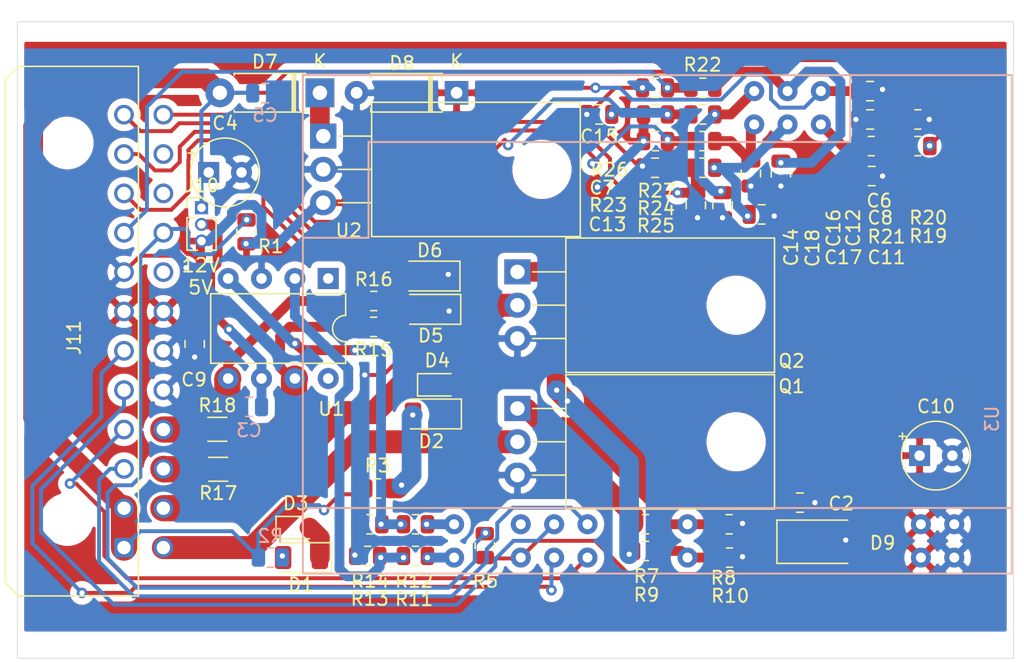
<source format=kicad_pcb>
(kicad_pcb (version 20171130) (host pcbnew 5.1.9+dfsg1-1+deb11u1)
  (layers (0 F.Cu signal) (31 B.Cu signal) (34 B.Paste user) (35 F.Paste user) (36 B.SilkS user) (37 F.SilkS user) (38 B.Mask user) (39 F.Mask user) (44 Edge.Cuts user))
  (net 0 "")
  (net 1 TACH2)
  (net 2 GND)
  (net 3 IGN_PWR)
  (net 4 +12V)
  (net 5 MAP-SIG)
  (net 6 O2)
  (net 7 "Net-(C8-Pad1)")
  (net 8 +5V)
  (net 9 BRV-SIG)
  (net 10 O2-SIG)
  (net 11 IAT)
  (net 12 TPS)
  (net 13 CLT)
  (net 14 IAT-SIG)
  (net 15 TPS-SIG)
  (net 16 CLT-SIG)
  (net 17 "Net-(D1-Pad2)")
  (net 18 "Net-(D1-Pad1)")
  (net 19 "Net-(D2-Pad1)")
  (net 20 "Net-(D2-Pad2)")
  (net 21 INJ1)
  (net 22 INJ2)
  (net 23 "Net-(D5-Pad2)")
  (net 24 "Net-(D6-Pad2)")
  (net 25 "Net-(D7-Pad1)")
  (net 26 VR2+)
  (net 27 VR1+)
  (net 28 VR1-)
  (net 29 VR2-)
  (net 30 TACH1)
  (net 31 IGN1)
  (net 32 IGN2)
  (net 33 INJ1-SIG)
  (net 34 INJ2-SIG)
  (net 35 IGN1-SIG)
  (net 36 "Net-(R11-Pad1)")
  (net 37 IGN2-SIG)
  (net 38 "Net-(R12-Pad1)")
  (net 39 "Net-(U1-Pad8)")
  (net 40 "Net-(U1-Pad1)")
  (net 41 TX3)
  (net 42 RX3)
  (net 43 TACHO-OUT)
  (net 44 D16)
  (net 45 "Net-(Q1-Pad1)")
  (net 46 "Net-(Q2-Pad1)")
  (net 47 "Net-(R15-Pad1)")
  (net 48 "Net-(R16-Pad1)")
  (module Resistor_SMD:R_0805_2012Metric (layer F.Cu) (at 61.7728 98.4015 90)
    (fp_text reference R5 (at -2.6905 0.0508 180) (layer F.SilkS))
    (fp_text value 1K)
    (pad 2 smd roundrect (at 0.9125 0 90) (size 1.025 1.4) (layers F.Cu F.Paste F.Mask) (roundrect_rratio 0.2439014634146341) (net 27 VR1+))
    (pad 1 smd roundrect (at -0.9125 0 90) (size 1.025 1.4) (layers F.Cu F.Paste F.Mask) (roundrect_rratio 0.2439014634146341) (net 30 TACH1))
  )
  (module Resistor_SMD:R_0805_2012Metric (layer F.Cu) (at 43.6245 74.4855 270)
    (fp_text reference R1 (at 1.1049 -1.8415 180) (layer F.SilkS))
    (fp_text value 1K)
    (pad 2 smd roundrect (at 0.9125 0 270) (size 1.025 1.4) (layers F.Cu F.Paste F.Mask) (roundrect_rratio 0.2439014634146341) (net 8 +5V))
    (pad 1 smd roundrect (at -0.9125 0 270) (size 1.025 1.4) (layers F.Cu F.Paste F.Mask) (roundrect_rratio 0.2439014634146341) (net 27 VR1+))
  )
  (module Connector_PinHeader_1.27mm:PinHeader_1x03_P1.27mm_Vertical (layer F.Cu) (at 40.1955 72.644)
    (fp_text reference J10 (at 0 -1.695) (layer F.SilkS))
    (fp_text value "IGN Voltage sel")
    (pad 3 thru_hole oval (at 0 2.54) (size 1 1) (drill 0.65) (layers *.Cu *.Mask) (net 8 +5V))
    (pad 2 thru_hole oval (at 0 1.27) (size 1 1) (drill 0.65) (layers *.Cu *.Mask) (net 3 IGN_PWR))
    (pad 1 thru_hole rect (at 0 0) (size 1 1) (drill 0.65) (layers *.Cu *.Mask) (net 4 +12V))
  )
  (module Diode_THT:D_A-405_P7.62mm_Horizontal (layer F.Cu) (at 59.6265 63.881 180)
    (fp_text reference D8 (at 4.1529 2.2606) (layer F.SilkS))
    (fp_text value 1N5919BG)
    (fp_text user K (at -0.0127 2.413) (layer F.SilkS))
    (pad 2 thru_hole oval (at 7.62 0 180) (size 1.8 1.8) (drill 0.9) (layers *.Cu *.Mask) (net 2 GND))
    (pad 1 thru_hole rect (at 0 0 180) (size 1.8 1.8) (drill 0.9) (layers *.Cu *.Mask) (net 8 +5V))
  )
  (module Diode_THT:D_DO-41_SOD81_P7.62mm_Horizontal (layer F.Cu) (at 49.2125 63.881 180)
    (fp_text reference D7 (at 4.2037 2.3622) (layer F.SilkS))
    (fp_text value 1N5818)
    (fp_text user K (at 0 2.413) (layer F.SilkS))
    (pad 2 thru_hole oval (at 7.62 0 180) (size 2.2 2.2) (drill 1.1) (layers *.Cu *.Mask) (net 4 +12V))
    (pad 1 thru_hole rect (at 0 0 180) (size 2.2 2.2) (drill 1.1) (layers *.Cu *.Mask) (net 25 "Net-(D7-Pad1)"))
  )
  (module Module:Mega2560-PRO-Stripped (layer B.Cu) (at 102.616 94.234 90)
    (fp_text reference U3 (at 5.5 -2.2 90) (layer B.SilkS) (effects (justify mirror)))
    (fp_text value Mega2560-PRO)
    (pad GND thru_hole circle (at -5.08 -5.08 90) (size 1.524 1.524) (drill 0.762) (layers *.Cu *.Mask) (net 2 GND))
    (pad GND thru_hole circle (at -2.54 -5.08 90) (size 1.524 1.524) (drill 0.762) (layers *.Cu *.Mask) (net 2 GND))
    (pad 5V thru_hole circle (at -5.08 -7.62 90) (size 1.524 1.524) (drill 0.762) (layers *.Cu *.Mask) (net 8 +5V))
    (pad 5V thru_hole circle (at -2.54 -7.62 90) (size 1.524 1.524) (drill 0.762) (layers *.Cu *.Mask) (net 8 +5V))
    (pad D9 thru_hole circle (at -5.08 -25.4 90) (size 1.524 1.524) (drill 0.762) (layers *.Cu *.Mask) (net 34 INJ2-SIG))
    (pad D8 thru_hole circle (at -2.54 -25.4 90) (size 1.524 1.524) (drill 0.762) (layers *.Cu *.Mask) (net 33 INJ1-SIG))
    (pad D15 thru_hole circle (at -5.08 -33.02 90) (size 1.524 1.524) (drill 0.762) (layers *.Cu *.Mask) (net 42 RX3))
    (pad D14 thru_hole circle (at -2.54 -33.02 90) (size 1.524 1.524) (drill 0.762) (layers *.Cu *.Mask) (net 41 TX3))
    (pad D17 thru_hole circle (at -5.08 -35.56 90) (size 1.524 1.524) (drill 0.762) (layers *.Cu *.Mask) (net 43 TACHO-OUT))
    (pad D16 thru_hole circle (at -2.54 -35.56 90) (size 1.524 1.524) (drill 0.762) (layers *.Cu *.Mask) (net 44 D16))
    (pad D19 thru_hole circle (at -5.08 -38.1 90) (size 1.524 1.524) (drill 0.762) (layers *.Cu *.Mask) (net 30 TACH1))
    (pad D18 thru_hole circle (at -2.54 -38.1 90) (size 1.524 1.524) (drill 0.762) (layers *.Cu *.Mask) (net 1 TACH2))
    (pad D23 thru_hole circle (at -5.08 -43.18 90) (size 1.524 1.524) (drill 0.762) (layers *.Cu *.Mask) (net 35 IGN1-SIG))
    (pad D22 thru_hole circle (at -2.54 -43.18 90) (size 1.524 1.524) (drill 0.762) (layers *.Cu *.Mask) (net 37 IGN2-SIG))
    (pad A1 thru_hole circle (at 27.94 -15.24 90) (size 1.524 1.524) (drill 0.762) (layers *.Cu *.Mask) (net 9 BRV-SIG))
    (pad A0 thru_hole circle (at 30.48 -15.24 90) (size 1.524 1.524) (drill 0.762) (layers *.Cu *.Mask) (net 5 MAP-SIG))
    (pad A3 thru_hole circle (at 27.94 -17.78 90) (size 1.524 1.524) (drill 0.762) (layers *.Cu *.Mask) (net 15 TPS-SIG))
    (pad A2 thru_hole circle (at 30.48 -17.78 90) (size 1.524 1.524) (drill 0.762) (layers *.Cu *.Mask) (net 10 O2-SIG))
    (pad A5 thru_hole circle (at 27.94 -20.32 90) (size 1.524 1.524) (drill 0.762) (layers *.Cu *.Mask) (net 14 IAT-SIG))
    (pad A4 thru_hole circle (at 30.48 -20.32 90) (size 1.524 1.524) (drill 0.762) (layers *.Cu *.Mask) (net 16 CLT-SIG))
  )
  (module Resistor_SMD:R_1206_3216Metric (layer F.Cu) (at 41.402 89.535)
    (fp_text reference R18 (at 0 -1.82) (layer F.SilkS))
    (fp_text value "160R 2W")
    (pad 2 smd roundrect (at 1.4625 0) (size 1.125 1.75) (layers F.Cu F.Paste F.Mask) (roundrect_rratio 0.2222213333333333) (net 48 "Net-(R16-Pad1)"))
    (pad 1 smd roundrect (at -1.4625 0) (size 1.125 1.75) (layers F.Cu F.Paste F.Mask) (roundrect_rratio 0.2222213333333333) (net 32 IGN2))
  )
  (module Resistor_SMD:R_1206_3216Metric (layer F.Cu) (at 41.4635 92.583 180)
    (fp_text reference R17 (at 0 -1.82) (layer F.SilkS))
    (fp_text value "160R 2W")
    (pad 2 smd roundrect (at 1.4625 0 180) (size 1.125 1.75) (layers F.Cu F.Paste F.Mask) (roundrect_rratio 0.2222213333333333) (net 31 IGN1))
    (pad 1 smd roundrect (at -1.4625 0 180) (size 1.125 1.75) (layers F.Cu F.Paste F.Mask) (roundrect_rratio 0.2222213333333333) (net 47 "Net-(R15-Pad1)"))
  )
  (module Diode_SMD:D_SMA (layer F.Cu) (at 87.4268 98.1075)
    (fp_text reference D9 (at 4.6482 0.0889) (layer F.SilkS))
    (fp_text value 5V1)
    (pad 2 smd rect (at 2 0) (size 2.5 1.8) (layers F.Cu F.Paste F.Mask) (net 2 GND))
    (pad 1 smd rect (at -2 0) (size 2.5 1.8) (layers F.Cu F.Paste F.Mask) (net 30 TACH1))
  )
  (module Capacitor_SMD:C_0805_2012Metric (layer B.Cu) (at 45.0444 63.9064)
    (fp_text reference C5 (at 0 1.68) (layer B.SilkS) (effects (justify mirror)))
    (fp_text value "0.1uF 50V")
    (pad 2 smd roundrect (at 0.95 0) (size 1 1.45) (layers B.Cu B.Paste B.Mask) (net 2 GND))
    (pad 1 smd roundrect (at -0.95 0) (size 1 1.45) (layers B.Cu B.Paste B.Mask) (net 4 +12V))
  )
  (module LED_SMD:LED_1206_3216Metric (layer F.Cu) (at 57.5975 77.851 180)
    (fp_text reference D6 (at 0.0157 1.9558) (layer F.SilkS))
    (fp_text value LED)
    (pad 2 smd roundrect (at 1.4 0 180) (size 1.25 1.75) (layers F.Cu F.Paste F.Mask) (roundrect_rratio 0.2) (net 24 "Net-(D6-Pad2)"))
    (pad 1 smd roundrect (at -1.4 0 180) (size 1.25 1.75) (layers F.Cu F.Paste F.Mask) (roundrect_rratio 0.2) (net 2 GND))
  )
  (module LED_SMD:LED_1206_3216Metric (layer F.Cu) (at 57.6595 80.391 180)
    (fp_text reference D5 (at 0.0015 -2.0066) (layer F.SilkS))
    (fp_text value LED)
    (pad 2 smd roundrect (at 1.4 0 180) (size 1.25 1.75) (layers F.Cu F.Paste F.Mask) (roundrect_rratio 0.2) (net 23 "Net-(D5-Pad2)"))
    (pad 1 smd roundrect (at -1.4 0 180) (size 1.25 1.75) (layers F.Cu F.Paste F.Mask) (roundrect_rratio 0.2) (net 2 GND))
  )
  (module LED_SMD:LED_1206_3216Metric (layer F.Cu) (at 57.7058 88.3666 180)
    (fp_text reference D2 (at 0 -2.0828) (layer F.SilkS))
    (fp_text value LED)
    (pad 2 smd roundrect (at 1.4 0 180) (size 1.25 1.75) (layers F.Cu F.Paste F.Mask) (roundrect_rratio 0.2) (net 20 "Net-(D2-Pad2)"))
    (pad 1 smd roundrect (at -1.4 0 180) (size 1.25 1.75) (layers F.Cu F.Paste F.Mask) (roundrect_rratio 0.2) (net 19 "Net-(D2-Pad1)"))
  )
  (module LED_SMD:LED_1206_3216Metric (layer F.Cu) (at 47.8125 99.314 180)
    (fp_text reference D1 (at 0.0351 -2.0574) (layer F.SilkS))
    (fp_text value LED)
    (pad 2 smd roundrect (at 1.4 0 180) (size 1.25 1.75) (layers F.Cu F.Paste F.Mask) (roundrect_rratio 0.2) (net 17 "Net-(D1-Pad2)"))
    (pad 1 smd roundrect (at -1.4 0 180) (size 1.25 1.75) (layers F.Cu F.Paste F.Mask) (roundrect_rratio 0.2) (net 18 "Net-(D1-Pad1)"))
  )
  (module Package_TO_SOT_THT:TO-220-3_Horizontal_TabDown (layer F.Cu) (at 49.4665 67.183 270)
    (fp_text reference U2 (at 7.1882 -1.9431 180) (layer F.SilkS))
    (fp_text value LM2940T)
    (pad 3 thru_hole oval (at 5.08 0 270) (size 1.905 2) (drill 1.1) (layers *.Cu *.Mask) (net 8 +5V))
    (pad 2 thru_hole oval (at 2.54 0 270) (size 1.905 2) (drill 1.1) (layers *.Cu *.Mask) (net 2 GND))
    (pad 1 thru_hole rect (at 0 0 270) (size 1.905 2) (drill 1.1) (layers *.Cu *.Mask) (net 25 "Net-(D7-Pad1)"))
    (pad "" np_thru_hole oval (at 2.54 -16.66 270) (size 3.5 3.5) (drill 3.5) (layers *.Cu *.Mask))
  )
  (module Package_TO_SOT_THT:TO-220-3_Horizontal_TabDown (layer F.Cu) (at 64.262 77.5335 270)
    (fp_text reference Q2 (at 6.7945 -20.8788 180) (layer F.SilkS))
    (fp_text value STP75N04-TO220)
    (pad 3 thru_hole oval (at 5.08 0 270) (size 1.905 2) (drill 1.1) (layers *.Cu *.Mask) (net 2 GND))
    (pad 2 thru_hole oval (at 2.54 0 270) (size 1.905 2) (drill 1.1) (layers *.Cu *.Mask) (net 22 INJ2))
    (pad 1 thru_hole rect (at 0 0 270) (size 1.905 2) (drill 1.1) (layers *.Cu *.Mask) (net 46 "Net-(Q2-Pad1)"))
    (pad "" np_thru_hole oval (at 2.54 -16.66 270) (size 3.5 3.5) (drill 3.5) (layers *.Cu *.Mask))
  )
  (module Package_TO_SOT_THT:TO-220-3_Horizontal_TabDown (layer F.Cu) (at 64.262 87.9475 270)
    (fp_text reference Q1 (at -1.6891 -20.8788 180) (layer F.SilkS))
    (fp_text value STP75N04-TO220)
    (pad 3 thru_hole oval (at 5.08 0 270) (size 1.905 2) (drill 1.1) (layers *.Cu *.Mask) (net 2 GND))
    (pad 2 thru_hole oval (at 2.54 0 270) (size 1.905 2) (drill 1.1) (layers *.Cu *.Mask) (net 21 INJ1))
    (pad 1 thru_hole rect (at 0 0 270) (size 1.905 2) (drill 1.1) (layers *.Cu *.Mask) (net 45 "Net-(Q1-Pad1)"))
    (pad "" np_thru_hole oval (at 2.54 -16.66 270) (size 3.5 3.5) (drill 3.5) (layers *.Cu *.Mask))
  )
  (module Package_DIP:DIP-8_W7.62mm (layer F.Cu) (at 49.8475 78.0415 270)
    (fp_text reference U1 (at 9.9441 -0.2413 180) (layer F.SilkS))
    (fp_text value TC4424EPA)
    (pad 8 thru_hole oval (at 7.62 0 270) (size 1.6 1.6) (drill 0.8) (layers *.Cu *.Mask) (net 39 "Net-(U1-Pad8)"))
    (pad 4 thru_hole oval (at 0 7.62 270) (size 1.6 1.6) (drill 0.8) (layers *.Cu *.Mask) (net 38 "Net-(R12-Pad1)"))
    (pad 7 thru_hole oval (at 7.62 2.54 270) (size 1.6 1.6) (drill 0.8) (layers *.Cu *.Mask) (net 47 "Net-(R15-Pad1)"))
    (pad 3 thru_hole oval (at 0 5.08 270) (size 1.6 1.6) (drill 0.8) (layers *.Cu *.Mask) (net 2 GND))
    (pad 6 thru_hole oval (at 7.62 5.08 270) (size 1.6 1.6) (drill 0.8) (layers *.Cu *.Mask) (net 3 IGN_PWR))
    (pad 2 thru_hole oval (at 0 2.54 270) (size 1.6 1.6) (drill 0.8) (layers *.Cu *.Mask) (net 36 "Net-(R11-Pad1)"))
    (pad 5 thru_hole oval (at 7.62 7.62 270) (size 1.6 1.6) (drill 0.8) (layers *.Cu *.Mask) (net 48 "Net-(R16-Pad1)"))
    (pad 1 thru_hole rect (at 0 0 270) (size 1.6 1.6) (drill 0.8) (layers *.Cu *.Mask) (net 40 "Net-(U1-Pad1)"))
  )
  (module Resistor_SMD:R_0805_2012Metric (layer F.Cu) (at 78.3825 65.532 180)
    (fp_text reference R27 (at 3.5287 -5.8166) (layer F.SilkS))
    (fp_text value 470R)
    (pad 2 smd roundrect (at 0.9125 0 180) (size 1.025 1.4) (layers F.Cu F.Paste F.Mask) (roundrect_rratio 0.2439014634146341) (net 13 CLT))
    (pad 1 smd roundrect (at -0.9125 0 180) (size 1.025 1.4) (layers F.Cu F.Paste F.Mask) (roundrect_rratio 0.2439014634146341) (net 16 CLT-SIG))
  )
  (module Resistor_SMD:R_0805_2012Metric (layer F.Cu) (at 74.7795 65.532)
    (fp_text reference R26 (at -3.5071 4.2164) (layer F.SilkS))
    (fp_text value 2.49K)
    (pad 2 smd roundrect (at 0.9125 0) (size 1.025 1.4) (layers F.Cu F.Paste F.Mask) (roundrect_rratio 0.2439014634146341) (net 13 CLT))
    (pad 1 smd roundrect (at -0.9125 0) (size 1.025 1.4) (layers F.Cu F.Paste F.Mask) (roundrect_rratio 0.2439014634146341) (net 8 +5V))
  )
  (module Resistor_SMD:R_0805_2012Metric (layer F.Cu) (at 78.3825 69.596 180)
    (fp_text reference R25 (at 3.5795 -4.4196) (layer F.SilkS))
    (fp_text value 470R)
    (pad 2 smd roundrect (at 0.9125 0 180) (size 1.025 1.4) (layers F.Cu F.Paste F.Mask) (roundrect_rratio 0.2439014634146341) (net 12 TPS))
    (pad 1 smd roundrect (at -0.9125 0 180) (size 1.025 1.4) (layers F.Cu F.Paste F.Mask) (roundrect_rratio 0.2439014634146341) (net 15 TPS-SIG))
  )
  (module Resistor_SMD:R_0805_2012Metric (layer F.Cu) (at 78.3825 67.564 180)
    (fp_text reference R24 (at 3.5541 -5.1308) (layer F.SilkS))
    (fp_text value 470R)
    (pad 2 smd roundrect (at 0.9125 0 180) (size 1.025 1.4) (layers F.Cu F.Paste F.Mask) (roundrect_rratio 0.2439014634146341) (net 11 IAT))
    (pad 1 smd roundrect (at -0.9125 0 180) (size 1.025 1.4) (layers F.Cu F.Paste F.Mask) (roundrect_rratio 0.2439014634146341) (net 14 IAT-SIG))
  )
  (module Resistor_SMD:R_0805_2012Metric (layer F.Cu) (at 74.7795 67.564)
    (fp_text reference R23 (at -3.6087 4.8768) (layer F.SilkS))
    (fp_text value 2.49K)
    (pad 2 smd roundrect (at 0.9125 0) (size 1.025 1.4) (layers F.Cu F.Paste F.Mask) (roundrect_rratio 0.2439014634146341) (net 11 IAT))
    (pad 1 smd roundrect (at -0.9125 0) (size 1.025 1.4) (layers F.Cu F.Paste F.Mask) (roundrect_rratio 0.2439014634146341) (net 8 +5V))
  )
  (module Resistor_SMD:R_0805_2012Metric (layer F.Cu) (at 78.3825 63.5 180)
    (fp_text reference R22 (at 0.0235 1.7526) (layer F.SilkS))
    (fp_text value 470R)
    (pad 2 smd roundrect (at 0.9125 0 180) (size 1.025 1.4) (layers F.Cu F.Paste F.Mask) (roundrect_rratio 0.2439014634146341) (net 6 O2))
    (pad 1 smd roundrect (at -0.9125 0 180) (size 1.025 1.4) (layers F.Cu F.Paste F.Mask) (roundrect_rratio 0.2439014634146341) (net 10 O2-SIG))
  )
  (module Resistor_SMD:R_0805_2012Metric (layer F.Cu) (at 91.2095 67.945)
    (fp_text reference R21 (at 1.1703 6.9088) (layer F.SilkS))
    (fp_text value 470R)
    (pad 2 smd roundrect (at 0.9125 0) (size 1.025 1.4) (layers F.Cu F.Paste F.Mask) (roundrect_rratio 0.2439014634146341) (net 7 "Net-(C8-Pad1)"))
    (pad 1 smd roundrect (at -0.9125 0) (size 1.025 1.4) (layers F.Cu F.Paste F.Mask) (roundrect_rratio 0.2439014634146341) (net 9 BRV-SIG))
  )
  (module Resistor_SMD:R_0805_2012Metric (layer F.Cu) (at 94.7655 65.913)
    (fp_text reference R20 (at 0.7893 7.493) (layer F.SilkS))
    (fp_text value 1K)
    (pad 2 smd roundrect (at 0.9125 0) (size 1.025 1.4) (layers F.Cu F.Paste F.Mask) (roundrect_rratio 0.2439014634146341) (net 2 GND))
    (pad 1 smd roundrect (at -0.9125 0) (size 1.025 1.4) (layers F.Cu F.Paste F.Mask) (roundrect_rratio 0.2439014634146341) (net 7 "Net-(C8-Pad1)"))
  )
  (module Resistor_SMD:R_0805_2012Metric (layer F.Cu) (at 94.7655 67.945 180)
    (fp_text reference R19 (at -0.7893 -6.858) (layer F.SilkS))
    (fp_text value 3.9K)
    (pad 2 smd roundrect (at 0.9125 0 180) (size 1.025 1.4) (layers F.Cu F.Paste F.Mask) (roundrect_rratio 0.2439014634146341) (net 7 "Net-(C8-Pad1)"))
    (pad 1 smd roundrect (at -0.9125 0 180) (size 1.025 1.4) (layers F.Cu F.Paste F.Mask) (roundrect_rratio 0.2439014634146341) (net 4 +12V))
  )
  (module Resistor_SMD:R_0805_2012Metric (layer F.Cu) (at 53.3165 79.756)
    (fp_text reference R16 (at 0 -1.65) (layer F.SilkS))
    (fp_text value 2.4K)
    (pad 2 smd roundrect (at 0.9125 0) (size 1.025 1.4) (layers F.Cu F.Paste F.Mask) (roundrect_rratio 0.2439014634146341) (net 24 "Net-(D6-Pad2)"))
    (pad 1 smd roundrect (at -0.9125 0) (size 1.025 1.4) (layers F.Cu F.Paste F.Mask) (roundrect_rratio 0.2439014634146341) (net 48 "Net-(R16-Pad1)"))
  )
  (module Resistor_SMD:R_0805_2012Metric (layer F.Cu) (at 53.3 81.7245)
    (fp_text reference R15 (at 0 1.7399) (layer F.SilkS))
    (fp_text value 2.4K)
    (pad 2 smd roundrect (at 0.9125 0) (size 1.025 1.4) (layers F.Cu F.Paste F.Mask) (roundrect_rratio 0.2439014634146341) (net 23 "Net-(D5-Pad2)"))
    (pad 1 smd roundrect (at -0.9125 0) (size 1.025 1.4) (layers F.Cu F.Paste F.Mask) (roundrect_rratio 0.2439014634146341) (net 47 "Net-(R15-Pad1)"))
  )
  (module Resistor_SMD:R_0805_2012Metric (layer F.Cu) (at 53.0225 96.774)
    (fp_text reference R14 (at 0.0127 4.318) (layer F.SilkS))
    (fp_text value 100K)
    (pad 2 smd roundrect (at 0.9125 0) (size 1.025 1.4) (layers F.Cu F.Paste F.Mask) (roundrect_rratio 0.2439014634146341) (net 38 "Net-(R12-Pad1)"))
    (pad 1 smd roundrect (at -0.9125 0) (size 1.025 1.4) (layers F.Cu F.Paste F.Mask) (roundrect_rratio 0.2439014634146341) (net 2 GND))
  )
  (module Resistor_SMD:R_0805_2012Metric (layer F.Cu) (at 52.8555 99.187 180)
    (fp_text reference R13 (at -0.1543 -3.2766) (layer F.SilkS))
    (fp_text value 100K)
    (pad 2 smd roundrect (at 0.9125 0 180) (size 1.025 1.4) (layers F.Cu F.Paste F.Mask) (roundrect_rratio 0.2439014634146341) (net 2 GND))
    (pad 1 smd roundrect (at -0.9125 0 180) (size 1.025 1.4) (layers F.Cu F.Paste F.Mask) (roundrect_rratio 0.2439014634146341) (net 36 "Net-(R11-Pad1)"))
  )
  (module Resistor_SMD:R_0805_2012Metric (layer F.Cu) (at 56.4915 96.774)
    (fp_text reference R12 (at -0.1035 4.318) (layer F.SilkS))
    (fp_text value 1K)
    (pad 2 smd roundrect (at 0.9125 0) (size 1.025 1.4) (layers F.Cu F.Paste F.Mask) (roundrect_rratio 0.2439014634146341) (net 37 IGN2-SIG))
    (pad 1 smd roundrect (at -0.9125 0) (size 1.025 1.4) (layers F.Cu F.Paste F.Mask) (roundrect_rratio 0.2439014634146341) (net 38 "Net-(R12-Pad1)"))
  )
  (module Resistor_SMD:R_0805_2012Metric (layer F.Cu) (at 56.4915 99.187)
    (fp_text reference R11 (at -0.1035 3.302) (layer F.SilkS))
    (fp_text value 1K)
    (pad 2 smd roundrect (at 0.9125 0) (size 1.025 1.4) (layers F.Cu F.Paste F.Mask) (roundrect_rratio 0.2439014634146341) (net 35 IGN1-SIG))
    (pad 1 smd roundrect (at -0.9125 0) (size 1.025 1.4) (layers F.Cu F.Paste F.Mask) (roundrect_rratio 0.2439014634146341) (net 36 "Net-(R11-Pad1)"))
  )
  (module Resistor_SMD:R_0805_2012Metric (layer F.Cu) (at 80.4145 99.314 180)
    (fp_text reference R10 (at -0.0527 -2.921) (layer F.SilkS))
    (fp_text value 100K)
    (pad 2 smd roundrect (at 0.9125 0 180) (size 1.025 1.4) (layers F.Cu F.Paste F.Mask) (roundrect_rratio 0.2439014634146341) (net 34 INJ2-SIG))
    (pad 1 smd roundrect (at -0.9125 0 180) (size 1.025 1.4) (layers F.Cu F.Paste F.Mask) (roundrect_rratio 0.2439014634146341) (net 2 GND))
  )
  (module Resistor_SMD:R_0805_2012Metric (layer F.Cu) (at 74.0175 98.806)
    (fp_text reference R9 (at 0.0743 3.3528) (layer F.SilkS))
    (fp_text value 1K)
    (pad 2 smd roundrect (at 0.9125 0) (size 1.025 1.4) (layers F.Cu F.Paste F.Mask) (roundrect_rratio 0.2439014634146341) (net 34 INJ2-SIG))
    (pad 1 smd roundrect (at -0.9125 0) (size 1.025 1.4) (layers F.Cu F.Paste F.Mask) (roundrect_rratio 0.2439014634146341) (net 46 "Net-(Q2-Pad1)"))
  )
  (module Resistor_SMD:R_0805_2012Metric (layer F.Cu) (at 80.391 96.774 180)
    (fp_text reference R8 (at 0.4318 -4.0894) (layer F.SilkS))
    (fp_text value 100K)
    (pad 2 smd roundrect (at 0.9125 0 180) (size 1.025 1.4) (layers F.Cu F.Paste F.Mask) (roundrect_rratio 0.2439014634146341) (net 33 INJ1-SIG))
    (pad 1 smd roundrect (at -0.9125 0 180) (size 1.025 1.4) (layers F.Cu F.Paste F.Mask) (roundrect_rratio 0.2439014634146341) (net 2 GND))
  )
  (module Resistor_SMD:R_0805_2012Metric (layer F.Cu) (at 74.0175 96.774)
    (fp_text reference R7 (at 0.0743 3.9624) (layer F.SilkS))
    (fp_text value 1K)
    (pad 2 smd roundrect (at 0.9125 0) (size 1.025 1.4) (layers F.Cu F.Paste F.Mask) (roundrect_rratio 0.2439014634146341) (net 33 INJ1-SIG))
    (pad 1 smd roundrect (at -0.9125 0) (size 1.025 1.4) (layers F.Cu F.Paste F.Mask) (roundrect_rratio 0.2439014634146341) (net 45 "Net-(Q1-Pad1)"))
  )
  (module Resistor_SMD:R_0805_2012Metric (layer F.Cu) (at 53.6175 94.0435 180)
    (fp_text reference R3 (at 0.0235 1.7399) (layer F.SilkS))
    (fp_text value 680R)
    (pad 2 smd roundrect (at 0.9125 0 180) (size 1.025 1.4) (layers F.Cu F.Paste F.Mask) (roundrect_rratio 0.2439014634146341) (net 4 +12V))
    (pad 1 smd roundrect (at -0.9125 0 180) (size 1.025 1.4) (layers F.Cu F.Paste F.Mask) (roundrect_rratio 0.2439014634146341) (net 20 "Net-(D2-Pad2)"))
  )
  (module Resistor_SMD:R_0805_2012Metric (layer B.Cu) (at 45.4425 99.314 180)
    (fp_text reference R2 (at 0 1.65) (layer B.SilkS) (effects (justify mirror)))
    (fp_text value 680R)
    (pad 2 smd roundrect (at 0.9125 0 180) (size 1.025 1.4) (layers B.Cu B.Paste B.Mask) (roundrect_rratio 0.2439014634146341) (net 4 +12V))
    (pad 1 smd roundrect (at -0.9125 0 180) (size 1.025 1.4) (layers B.Cu B.Paste B.Mask) (roundrect_rratio 0.2439014634146341) (net 17 "Net-(D1-Pad2)"))
  )
  (module Diode_SMD:D_SOD-323 (layer F.Cu) (at 58.1533 86.1441)
    (fp_text reference D4 (at 0 -1.85) (layer F.SilkS))
    (fp_text value 1N4004)
    (pad 2 smd rect (at 1.05 0) (size 0.6 0.45) (layers F.Cu F.Paste F.Mask) (net 19 "Net-(D2-Pad1)"))
    (pad 1 smd rect (at -1.05 0) (size 0.6 0.45) (layers F.Cu F.Paste F.Mask) (net 22 INJ2))
  )
  (module Diode_SMD:D_SOD-323 (layer F.Cu) (at 47.371 97.028)
    (fp_text reference D3 (at 0 -1.85) (layer F.SilkS))
    (fp_text value 1N4004)
    (pad 2 smd rect (at 1.05 0) (size 0.6 0.45) (layers F.Cu F.Paste F.Mask) (net 18 "Net-(D1-Pad1)"))
    (pad 1 smd rect (at -1.05 0) (size 0.6 0.45) (layers F.Cu F.Paste F.Mask) (net 21 INJ1))
  )
  (module Capacitor_SMD:C_0805_2012Metric (layer F.Cu) (at 79.883 72.451 270)
    (fp_text reference C18 (at 3.2664 -6.858 90) (layer F.SilkS))
    (fp_text value 0.22uF)
    (pad 2 smd roundrect (at 0.95 0 270) (size 1 1.45) (layers F.Cu F.Paste F.Mask) (net 2 GND))
    (pad 1 smd roundrect (at -0.95 0 270) (size 1 1.45) (layers F.Cu F.Paste F.Mask) (net 16 CLT-SIG))
  )
  (module Capacitor_SMD:C_0805_2012Metric (layer F.Cu) (at 82.865 73.152)
    (fp_text reference C17 (at 6.2128 3.2766) (layer F.SilkS))
    (fp_text value 0.22uF)
    (pad 2 smd roundrect (at 0.95 0) (size 1 1.45) (layers F.Cu F.Paste F.Mask) (net 2 GND))
    (pad 1 smd roundrect (at -0.95 0) (size 1 1.45) (layers F.Cu F.Paste F.Mask) (net 15 TPS-SIG))
  )
  (module Capacitor_SMD:C_0805_2012Metric (layer F.Cu) (at 82.042 70.038 270)
    (fp_text reference C16 (at 4.1554 -6.2992 90) (layer F.SilkS))
    (fp_text value 0.22uF)
    (pad 2 smd roundrect (at 0.95 0 270) (size 1 1.45) (layers F.Cu F.Paste F.Mask) (net 2 GND))
    (pad 1 smd roundrect (at -0.95 0 270) (size 1 1.45) (layers F.Cu F.Paste F.Mask) (net 14 IAT-SIG))
  )
  (module Capacitor_SMD:C_0805_2012Metric (layer F.Cu) (at 70.4952 65.532 180)
    (fp_text reference C15 (at 0 -1.68) (layer F.SilkS))
    (fp_text value 0.1uF)
    (pad 2 smd roundrect (at 0.95 0 180) (size 1 1.45) (layers F.Cu F.Paste F.Mask) (net 2 GND))
    (pad 1 smd roundrect (at -0.95 0 180) (size 1 1.45) (layers F.Cu F.Paste F.Mask) (net 13 CLT))
  )
  (module Capacitor_SMD:C_0805_2012Metric (layer F.Cu) (at 77.851 72.451 270)
    (fp_text reference C14 (at 3.2156 -7.2644 90) (layer F.SilkS))
    (fp_text value 0.1uF)
    (pad 2 smd roundrect (at 0.95 0 270) (size 1 1.45) (layers F.Cu F.Paste F.Mask) (net 2 GND))
    (pad 1 smd roundrect (at -0.95 0 270) (size 1 1.45) (layers F.Cu F.Paste F.Mask) (net 12 TPS))
  )
  (module Capacitor_SMD:C_0805_2012Metric (layer F.Cu) (at 74.742 69.596 180)
    (fp_text reference C13 (at 3.622 -4.318) (layer F.SilkS))
    (fp_text value 0.1uF)
    (pad 2 smd roundrect (at 0.95 0 180) (size 1 1.45) (layers F.Cu F.Paste F.Mask) (net 2 GND))
    (pad 1 smd roundrect (at -0.95 0 180) (size 1 1.45) (layers F.Cu F.Paste F.Mask) (net 11 IAT))
  )
  (module Capacitor_SMD:C_0805_2012Metric (layer F.Cu) (at 84.328 70.038 270)
    (fp_text reference C12 (at 4.13 -5.5118 90) (layer F.SilkS))
    (fp_text value 0.22uF)
    (pad 2 smd roundrect (at 0.95 0 270) (size 1 1.45) (layers F.Cu F.Paste F.Mask) (net 2 GND))
    (pad 1 smd roundrect (at -0.95 0 270) (size 1 1.45) (layers F.Cu F.Paste F.Mask) (net 10 O2-SIG))
  )
  (module Capacitor_SMD:C_0805_2012Metric (layer F.Cu) (at 91.247 70.231)
    (fp_text reference C11 (at 1.1328 6.1976) (layer F.SilkS))
    (fp_text value 0.22uF)
    (pad 2 smd roundrect (at 0.95 0) (size 1 1.45) (layers F.Cu F.Paste F.Mask) (net 2 GND))
    (pad 1 smd roundrect (at -0.95 0) (size 1 1.45) (layers F.Cu F.Paste F.Mask) (net 9 BRV-SIG))
  )
  (module Capacitor_THT:CP_Radial_Tantal_D5.0mm_P2.50mm (layer F.Cu) (at 94.8944 91.5416)
    (fp_text reference C10 (at 1.25 -3.75) (layer F.SilkS))
    (fp_text value "47uF 10V")
    (pad 2 thru_hole circle (at 2.5 0) (size 1.6 1.6) (drill 0.8) (layers *.Cu *.Mask) (net 2 GND))
    (pad 1 thru_hole rect (at 0 0) (size 1.6 1.6) (drill 0.8) (layers *.Cu *.Mask) (net 8 +5V))
  )
  (module Capacitor_SMD:C_0805_2012Metric (layer F.Cu) (at 39.6748 83.0224 270)
    (fp_text reference C9 (at 2.728 0.0508 180) (layer F.SilkS))
    (fp_text value "0.1uF 50V")
    (pad 2 smd roundrect (at 0.95 0 270) (size 1 1.45) (layers F.Cu F.Paste F.Mask) (net 2 GND))
    (pad 1 smd roundrect (at -0.95 0 270) (size 1 1.45) (layers F.Cu F.Paste F.Mask) (net 8 +5V))
  )
  (module Capacitor_SMD:C_0805_2012Metric (layer F.Cu) (at 91.125 65.913 180)
    (fp_text reference C8 (at -0.7722 -7.493) (layer F.SilkS))
    (fp_text value 0.1uF)
    (pad 2 smd roundrect (at 0.95 0 180) (size 1 1.45) (layers F.Cu F.Paste F.Mask) (net 2 GND))
    (pad 1 smd roundrect (at -0.95 0 180) (size 1 1.45) (layers F.Cu F.Paste F.Mask) (net 7 "Net-(C8-Pad1)"))
  )
  (module Capacitor_SMD:C_0805_2012Metric (layer F.Cu) (at 74.742 63.5 180)
    (fp_text reference C7 (at 4.0284 -7.62) (layer F.SilkS))
    (fp_text value 0.1uF)
    (pad 2 smd roundrect (at 0.95 0 180) (size 1 1.45) (layers F.Cu F.Paste F.Mask) (net 2 GND))
    (pad 1 smd roundrect (at -0.95 0 180) (size 1 1.45) (layers F.Cu F.Paste F.Mask) (net 6 O2))
  )
  (module Capacitor_SMD:C_0805_2012Metric (layer F.Cu) (at 91.125 63.754)
    (fp_text reference C6 (at 0.696 8.3566) (layer F.SilkS))
    (fp_text value 0.3uF)
    (pad 2 smd roundrect (at 0.95 0) (size 1 1.45) (layers F.Cu F.Paste F.Mask) (net 2 GND))
    (pad 1 smd roundrect (at -0.95 0) (size 1 1.45) (layers F.Cu F.Paste F.Mask) (net 5 MAP-SIG))
  )
  (module Capacitor_THT:CP_Radial_Tantal_D5.0mm_P2.50mm (layer F.Cu) (at 40.7416 69.9516)
    (fp_text reference C4 (at 1.25 -3.75) (layer F.SilkS))
    (fp_text value "10uF 35V")
    (pad 2 thru_hole circle (at 2.5 0) (size 1.6 1.6) (drill 0.8) (layers *.Cu *.Mask) (net 2 GND))
    (pad 1 thru_hole rect (at 0 0) (size 1.6 1.6) (drill 0.8) (layers *.Cu *.Mask) (net 4 +12V))
  )
  (module Capacitor_SMD:C_0805_2012Metric (layer B.Cu) (at 43.8175 87.8205 180)
    (fp_text reference C3 (at 0 -1.7907 180) (layer B.SilkS) (effects (justify mirror)))
    (fp_text value 1uF)
    (pad 2 smd roundrect (at 0.95 0 180) (size 1 1.45) (layers B.Cu B.Paste B.Mask) (net 2 GND))
    (pad 1 smd roundrect (at -0.95 0 180) (size 1 1.45) (layers B.Cu B.Paste B.Mask) (net 3 IGN_PWR))
  )
  (module Capacitor_SMD:C_0805_2012Metric (layer F.Cu) (at 85.7733 95.123 180)
    (fp_text reference C2 (at -3.1521 -0.0762) (layer F.SilkS))
    (fp_text value 0.01uF)
    (pad 2 smd roundrect (at 0.95 0 180) (size 1 1.45) (layers F.Cu F.Paste F.Mask) (net 30 TACH1))
    (pad 1 smd roundrect (at -0.95 0 180) (size 1 1.45) (layers F.Cu F.Paste F.Mask) (net 2 GND))
  )
  (module Connector_Molex:Molex_Micro-Fit_3.0_43045-2400_2x12_P3.00mm_Horizontal (layer F.Cu) (at 34.29 98.552 90)
    (fp_text reference J11 (at 16.002 -3.81 90) (layer F.SilkS))
    (fp_text value "Molex MicroFit 3.0 43045-2400/Amphenol ICC 10127720-242LF")
    (pad "" np_thru_hole circle (at 2.14 -4.32 90) (size 3 3) (drill 3) (layers *.Cu *.Mask))
    (pad "" np_thru_hole circle (at 30.84 -4.32 90) (size 3 3) (drill 3) (layers *.Cu *.Mask))
    (pad 1 thru_hole roundrect (at 0 0 90) (size 1.5 1.5) (drill 1.02) (layers *.Cu *.Mask) (roundrect_rratio 0.1666666666666667) (net 4 +12V))
    (pad 2 thru_hole circle (at 3 0 90) (size 1.5 1.5) (drill 1.02) (layers *.Cu *.Mask) (net 4 +12V))
    (pad 3 thru_hole circle (at 6 0 90) (size 1.5 1.5) (drill 1.02) (layers *.Cu *.Mask) (net 41 TX3))
    (pad 4 thru_hole circle (at 9 0 90) (size 1.5 1.5) (drill 1.02) (layers *.Cu *.Mask) (net 42 RX3))
    (pad 5 thru_hole circle (at 12 0 90) (size 1.5 1.5) (drill 1.02) (layers *.Cu *.Mask) (net 44 D16))
    (pad 6 thru_hole circle (at 15 0 90) (size 1.5 1.5) (drill 1.02) (layers *.Cu *.Mask) (net 43 TACHO-OUT))
    (pad 7 thru_hole circle (at 18 0 90) (size 1.5 1.5) (drill 1.02) (layers *.Cu *.Mask) (net 8 +5V))
    (pad 8 thru_hole circle (at 21 0 90) (size 1.5 1.5) (drill 1.02) (layers *.Cu *.Mask) (net 2 GND))
    (pad 9 thru_hole circle (at 24 0 90) (size 1.5 1.5) (drill 1.02) (layers *.Cu *.Mask) (net 6 O2))
    (pad 10 thru_hole circle (at 27 0 90) (size 1.5 1.5) (drill 1.02) (layers *.Cu *.Mask) (net 13 CLT))
    (pad 11 thru_hole circle (at 30 0 90) (size 1.5 1.5) (drill 1.02) (layers *.Cu *.Mask) (net 11 IAT))
    (pad 12 thru_hole circle (at 33 0 90) (size 1.5 1.5) (drill 1.02) (layers *.Cu *.Mask) (net 12 TPS))
    (pad 13 thru_hole circle (at 0 3 90) (size 1.5 1.5) (drill 1.02) (layers *.Cu *.Mask) (net 21 INJ1))
    (pad 14 thru_hole circle (at 3 3 90) (size 1.5 1.5) (drill 1.02) (layers *.Cu *.Mask) (net 22 INJ2))
    (pad 15 thru_hole circle (at 6 3 90) (size 1.5 1.5) (drill 1.02) (layers *.Cu *.Mask) (net 31 IGN1))
    (pad 16 thru_hole circle (at 9 3 90) (size 1.5 1.5) (drill 1.02) (layers *.Cu *.Mask) (net 32 IGN2))
    (pad 17 thru_hole circle (at 12 3 90) (size 1.5 1.5) (drill 1.02) (layers *.Cu *.Mask) (net 2 GND))
    (pad 18 thru_hole circle (at 15 3 90) (size 1.5 1.5) (drill 1.02) (layers *.Cu *.Mask) (net 2 GND))
    (pad 19 thru_hole circle (at 18 3 90) (size 1.5 1.5) (drill 1.02) (layers *.Cu *.Mask) (net 8 +5V))
    (pad 20 thru_hole circle (at 21 3 90) (size 1.5 1.5) (drill 1.02) (layers *.Cu *.Mask) (net 26 VR2+))
    (pad 21 thru_hole circle (at 24 3 90) (size 1.5 1.5) (drill 1.02) (layers *.Cu *.Mask) (net 27 VR1+))
    (pad 22 thru_hole circle (at 27 3 90) (size 1.5 1.5) (drill 1.02) (layers *.Cu *.Mask) (net 29 VR2-))
    (pad 23 thru_hole circle (at 30 3 90) (size 1.5 1.5) (drill 1.02) (layers *.Cu *.Mask) (net 28 VR1-))
    (pad 24 thru_hole circle (at 33 3 90) (size 1.5 1.5) (drill 1.02) (layers *.Cu *.Mask) (net 5 MAP-SIG))
  )
  (gr_text "12V\n5V" (at 40.132 77.8764) (layer F.SilkS) (effects (font (size 1.05 1.05))))
  (gr_line (start 26.162 58.4708) (end 102.0572 58.4708) (layer Edge.Cuts) (width 0.05))
  (gr_line (start 102.0572 106.9848) (end 102.0572 58.4708) (layer Edge.Cuts) (width 0.05))
  (gr_line (start 26.162 106.9848) (end 102.0572 106.9848) (layer Edge.Cuts) (width 0.05))
  (gr_line (start 26.162 58.4708) (end 26.162 106.9848) (layer Edge.Cuts) (width 0.05))
  (via (at 56.2864 88.4428) (size 0.8) (drill 0.4) (layers F.Cu B.Cu) (net 20))
  (via (at 95.6564 67.9196) (size 0.8) (drill 0.4) (layers F.Cu B.Cu) (net 4))
  (via (at 39.6748 84.0232) (size 0.8) (drill 0.4) (layers F.Cu B.Cu) (net 2))
  (via (at 81.407 99.2505) (size 0.8) (drill 0.4) (layers F.Cu B.Cu) (net 2))
  (via (at 81.407 96.7105) (size 0.8) (drill 0.4) (layers F.Cu B.Cu) (net 2))
  (via (at 89.2683 97.9805) (size 0.8) (drill 0.4) (layers F.Cu B.Cu) (net 2))
  (via (at 86.9188 95.123) (size 0.8) (drill 0.4) (layers F.Cu B.Cu) (net 2))
  (via (at 46.355 99.187) (size 0.8) (drill 0.4) (layers F.Cu B.Cu) (net 17))
  (via (at 51.8795 99.1235) (size 0.8) (drill 0.4) (layers F.Cu B.Cu) (net 2))
  (via (at 72.771 99.06) (size 0.8) (drill 0.4) (layers F.Cu B.Cu) (net 46))
  (via (at 58.9915 77.724) (size 0.8) (drill 0.4) (layers F.Cu B.Cu) (net 2))
  (via (at 59.055 80.518) (size 0.8) (drill 0.4) (layers F.Cu B.Cu) (net 2))
  (via (at 92.075 63.627) (size 0.8) (drill 0.4) (layers F.Cu B.Cu) (net 2))
  (via (at 83.82 73.279) (size 0.8) (drill 0.4) (layers F.Cu B.Cu) (net 2))
  (via (at 84.328 70.993) (size 0.8) (drill 0.4) (layers F.Cu B.Cu) (net 2))
  (via (at 82.042 70.993) (size 0.8) (drill 0.4) (layers F.Cu B.Cu) (net 2))
  (via (at 79.883 73.406) (size 0.8) (drill 0.4) (layers F.Cu B.Cu) (net 2))
  (via (at 77.978 73.406) (size 0.8) (drill 0.4) (layers F.Cu B.Cu) (net 2))
  (via (at 73.787 69.469) (size 0.8) (drill 0.4) (layers F.Cu B.Cu) (net 2))
  (via (at 73.787 63.5) (size 0.8) (drill 0.4) (layers F.Cu B.Cu) (net 2))
  (via (at 69.5452 65.532) (size 0.8) (drill 0.4) (layers F.Cu B.Cu) (net 2))
  (via (at 95.631 65.913) (size 0.8) (drill 0.4) (layers F.Cu B.Cu) (net 2))
  (via (at 90.043 65.913) (size 0.8) (drill 0.4) (layers F.Cu B.Cu) (net 2))
  (via (at 92.075 70.231) (size 0.8) (drill 0.4) (layers F.Cu B.Cu) (net 2))
  (segment (start 71.691522 63.5) (end 69.659522 65.532) (width 0.3) (layer F.Cu) (net 2))
  (segment (start 69.659522 65.532) (end 69.5452 65.532) (width 0.3) (layer F.Cu) (net 2))
  (segment (start 73.787 63.5) (end 71.691522 63.5) (width 0.3) (layer F.Cu) (net 2))
  (segment (start 73.4822 69.469) (end 69.5452 65.532) (width 0.3) (layer F.Cu) (net 2))
  (segment (start 73.787 69.469) (end 73.4822 69.469) (width 0.3) (layer F.Cu) (net 2))
  (segment (start 51.943 96.941) (end 52.11 96.774) (width 0.3) (layer F.Cu) (net 2))
  (segment (start 51.943 99.187) (end 51.943 96.941) (width 0.3) (layer F.Cu) (net 2))
  (segment (start 59.0595 80.391) (end 54.0557 85.3948) (width 0.3) (layer F.Cu) (net 2))
  (segment (start 54.0557 85.3948) (end 52.6288 85.3948) (width 0.3) (layer F.Cu) (net 2))
  (segment (start 52.6288 85.3948) (end 52.6288 85.3948) (width 0.3) (layer F.Cu) (net 2))
  (via (at 52.6288 85.3948) (size 0.8) (drill 0.4) (layers F.Cu B.Cu) (net 2))
  (segment (start 35.540001 76.301999) (end 37.890001 76.301999) (width 0.3) (layer F.Cu) (net 2))
  (segment (start 34.29 77.552) (end 35.540001 76.301999) (width 0.3) (layer F.Cu) (net 2))
  (segment (start 37.890001 76.301999) (end 38.100399 76.301999) (width 0.3) (layer F.Cu) (net 2))
  (segment (start 38.100399 76.301999) (end 39.0144 77.216) (width 0.3) (layer F.Cu) (net 2))
  (segment (start 39.0144 77.216) (end 39.0144 77.216) (width 0.3) (layer F.Cu) (net 2))
  (via (at 39.0144 77.216) (size 0.8) (drill 0.4) (layers F.Cu B.Cu) (net 2))
  (segment (start 44.7675 87.8205) (end 44.7675 85.6615) (width 0.75) (layer B.Cu) (net 3))
  (segment (start 41.420501 74.431895) (end 41.420501 76.591497) (width 0.75) (layer F.Cu) (net 3))
  (segment (start 40.902606 73.914) (end 41.420501 74.431895) (width 0.75) (layer F.Cu) (net 3))
  (segment (start 40.1955 73.914) (end 40.902606 73.914) (width 0.75) (layer F.Cu) (net 3))
  (segment (start 42.291 81.915) (end 42.291 81.915) (width 0.75) (layer F.Cu) (net 3))
  (via (at 42.291 81.915) (size 0.8) (drill 0.4) (layers F.Cu B.Cu) (net 3))
  (segment (start 44.7675 84.3915) (end 44.7675 85.6615) (width 0.75) (layer B.Cu) (net 3))
  (segment (start 42.291 81.915) (end 44.7675 84.3915) (width 0.75) (layer B.Cu) (net 3))
  (segment (start 40.927499 80.551499) (end 42.291 81.915) (width 0.6) (layer F.Cu) (net 3))
  (segment (start 40.927499 77.417499) (end 40.927499 80.551499) (width 0.6) (layer F.Cu) (net 3))
  (segment (start 41.420501 76.924497) (end 40.927499 77.417499) (width 0.6) (layer F.Cu) (net 3))
  (segment (start 41.420501 76.591497) (end 41.420501 76.924497) (width 0.6) (layer F.Cu) (net 3))
  (segment (start 34.29 98.552) (end 34.29 95.552) (width 2) (layer F.Cu) (net 4))
  (segment (start 40.492501 62.781001) (end 41.5925 63.881) (width 1.5) (layer F.Cu) (net 4))
  (segment (start 27.369999 66.463999) (end 31.052997 62.781001) (width 1.5) (layer F.Cu) (net 4))
  (segment (start 27.369999 88.631999) (end 27.369999 66.463999) (width 1.5) (layer F.Cu) (net 4))
  (segment (start 31.052997 62.781001) (end 40.492501 62.781001) (width 1.5) (layer F.Cu) (net 4))
  (segment (start 34.29 95.552) (end 27.369999 88.631999) (width 1.5) (layer F.Cu) (net 4))
  (segment (start 40.1955 72.644) (end 40.1955 72.5805) (width 0.75) (layer B.Cu) (net 4))
  (segment (start 42.517999 97.301999) (end 44.53 99.314) (width 0.3) (layer B.Cu) (net 4))
  (segment (start 35.540001 97.301999) (end 42.517999 97.301999) (width 0.3) (layer B.Cu) (net 4))
  (segment (start 34.29 98.552) (end 35.540001 97.301999) (width 0.3) (layer B.Cu) (net 4))
  (segment (start 44.53 99.314) (end 44.53 97.456) (width 0.3) (layer B.Cu) (net 4))
  (segment (start 44.53 97.456) (end 46.6725 95.3135) (width 0.3) (layer B.Cu) (net 4))
  (segment (start 46.6725 95.3135) (end 49.149 95.3135) (width 0.3) (layer B.Cu) (net 4))
  (segment (start 49.149 95.3135) (end 49.53 95.6945) (width 0.3) (layer B.Cu) (net 4))
  (segment (start 49.53 95.6945) (end 49.53 95.6945) (width 0.3) (layer B.Cu) (net 4))
  (via (at 49.53 95.6945) (size 0.8) (drill 0.4) (layers F.Cu B.Cu) (net 4))
  (segment (start 49.53 95.6945) (end 50.7365 94.488) (width 0.3) (layer F.Cu) (net 4))
  (segment (start 52.2605 94.488) (end 52.705 94.0435) (width 0.3) (layer F.Cu) (net 4))
  (segment (start 50.7365 94.488) (end 52.2605 94.488) (width 0.3) (layer F.Cu) (net 4))
  (segment (start 40.1955 69.9643) (end 40.1828 69.9516) (width 0.3) (layer B.Cu) (net 4))
  (segment (start 40.1955 72.644) (end 40.1955 69.9643) (width 0.3) (layer B.Cu) (net 4))
  (segment (start 40.1828 65.2907) (end 41.5925 63.881) (width 0.3) (layer B.Cu) (net 4))
  (segment (start 40.1828 69.9516) (end 40.1828 65.2907) (width 0.3) (layer B.Cu) (net 4))
  (segment (start 44.069 63.881) (end 44.0944 63.9064) (width 0.3) (layer B.Cu) (net 4))
  (segment (start 41.5925 63.881) (end 44.069 63.881) (width 0.3) (layer B.Cu) (net 4))
  (segment (start 97.1804 66.3956) (end 95.6564 67.9196) (width 0.3) (layer F.Cu) (net 4))
  (segment (start 97.1804 63.5508) (end 97.1804 66.3956) (width 0.3) (layer F.Cu) (net 4))
  (segment (start 95.021589 61.391989) (end 97.1804 63.5508) (width 0.3) (layer F.Cu) (net 4))
  (segment (start 79.832011 61.391989) (end 95.021589 61.391989) (width 0.3) (layer F.Cu) (net 4))
  (segment (start 78.94901 62.27499) (end 79.832011 61.391989) (width 0.3) (layer F.Cu) (net 4))
  (segment (start 71.932601 62.280999) (end 71.93861 62.27499) (width 0.3) (layer F.Cu) (net 4))
  (segment (start 46.735801 62.280999) (end 71.932601 62.280999) (width 0.3) (layer F.Cu) (net 4))
  (segment (start 45.1358 63.881) (end 46.735801 62.280999) (width 0.3) (layer F.Cu) (net 4))
  (segment (start 71.93861 62.27499) (end 78.94901 62.27499) (width 0.3) (layer F.Cu) (net 4))
  (segment (start 41.5925 63.881) (end 45.1358 63.881) (width 0.3) (layer F.Cu) (net 4))
  (segment (start 90.175 63.754) (end 87.376 63.754) (width 0.75) (layer F.Cu) (net 5))
  (segment (start 37.29 65.552) (end 46.248 65.552) (width 0.3) (layer F.Cu) (net 5))
  (segment (start 46.248 65.552) (end 46.9265 66.2305) (width 0.3) (layer F.Cu) (net 5))
  (segment (start 48.817351 73.71551) (end 54.04649 73.71551) (width 0.3) (layer F.Cu) (net 5))
  (segment (start 46.9265 71.824659) (end 48.817351 73.71551) (width 0.3) (layer F.Cu) (net 5))
  (segment (start 46.9265 66.2305) (end 46.9265 71.824659) (width 0.3) (layer F.Cu) (net 5))
  (segment (start 54.04649 73.71551) (end 64.262 63.5) (width 0.3) (layer F.Cu) (net 5))
  (via (at 70.2056 63.5) (size 0.8) (drill 0.4) (layers F.Cu B.Cu) (net 5))
  (segment (start 84.230239 65.016001) (end 86.113999 65.016001) (width 0.3) (layer B.Cu) (net 5))
  (segment (start 83.573999 64.359761) (end 84.230239 65.016001) (width 0.3) (layer B.Cu) (net 5))
  (segment (start 83.573999 63.148239) (end 83.573999 64.359761) (width 0.3) (layer B.Cu) (net 5))
  (segment (start 82.917759 62.491999) (end 83.573999 63.148239) (width 0.3) (layer B.Cu) (net 5))
  (segment (start 86.113999 65.016001) (end 87.376 63.754) (width 0.3) (layer B.Cu) (net 5))
  (segment (start 81.690239 62.491999) (end 82.917759 62.491999) (width 0.3) (layer B.Cu) (net 5))
  (segment (start 79.782237 64.400001) (end 81.690239 62.491999) (width 0.3) (layer B.Cu) (net 5))
  (segment (start 72.972501 64.400001) (end 79.782237 64.400001) (width 0.3) (layer B.Cu) (net 5))
  (segment (start 72.0725 63.5) (end 72.972501 64.400001) (width 0.3) (layer B.Cu) (net 5))
  (segment (start 72.0725 63.5) (end 70.2056 63.5) (width 0.3) (layer B.Cu) (net 5))
  (segment (start 64.262 63.5) (end 70.2056 63.5) (width 0.3) (layer F.Cu) (net 5))
  (segment (start 77.47 63.5) (end 75.692 63.5) (width 0.75) (layer F.Cu) (net 6))
  (segment (start 75.692 63.5) (end 75.692 63.5) (width 0.75) (layer F.Cu) (net 6))
  (via (at 75.692 63.5) (size 0.8) (drill 0.4) (layers F.Cu B.Cu) (net 6))
  (segment (start 74.472999 62.280999) (end 75.692 63.5) (width 0.3) (layer B.Cu) (net 6))
  (segment (start 38.710999 62.280999) (end 74.472999 62.280999) (width 0.3) (layer B.Cu) (net 6))
  (segment (start 36.039999 64.951999) (end 38.710999 62.280999) (width 0.3) (layer B.Cu) (net 6))
  (segment (start 36.039999 72.802001) (end 36.039999 64.951999) (width 0.3) (layer B.Cu) (net 6))
  (segment (start 34.29 74.552) (end 36.039999 72.802001) (width 0.3) (layer B.Cu) (net 6))
  (segment (start 73.867 65.532) (end 73.867 67.564) (width 0.75) (layer F.Cu) (net 8))
  (segment (start 73.867 67.564) (end 73.867 67.564) (width 0.75) (layer F.Cu) (net 8))
  (via (at 73.867 67.564) (size 0.8) (drill 0.4) (layers F.Cu B.Cu) (net 8))
  (segment (start 73.867 67.564) (end 73.8632 67.564) (width 0.75) (layer B.Cu) (net 8))
  (segment (start 73.8632 67.564) (end 70.358 71.0692) (width 0.75) (layer B.Cu) (net 8))
  (segment (start 70.358 71.0692) (end 70.358 71.0692) (width 0.75) (layer B.Cu) (net 8))
  (via (at 70.358 71.0692) (size 0.8) (drill 0.4) (layers F.Cu B.Cu) (net 8))
  (segment (start 49.4665 72.263) (end 49.149 72.263) (width 0.75) (layer B.Cu) (net 8))
  (segment (start 49.149 72.263) (end 46.0248 75.3872) (width 0.75) (layer B.Cu) (net 8))
  (segment (start 43.5864 75.3872) (end 43.5864 75.3872) (width 0.75) (layer B.Cu) (net 8))
  (via (at 43.5864 75.3872) (size 0.8) (drill 0.4) (layers F.Cu B.Cu) (net 8))
  (segment (start 44.177201 72.433399) (end 44.762201 73.018399) (width 0.75) (layer B.Cu) (net 8))
  (segment (start 43.097199 72.433399) (end 44.177201 72.433399) (width 0.75) (layer B.Cu) (net 8))
  (segment (start 44.762201 74.871799) (end 44.2468 75.3872) (width 0.75) (layer B.Cu) (net 8))
  (segment (start 42.512199 73.018399) (end 43.097199 72.433399) (width 0.75) (layer B.Cu) (net 8))
  (segment (start 42.512199 73.410303) (end 42.512199 73.018399) (width 0.75) (layer B.Cu) (net 8))
  (segment (start 40.738502 75.184) (end 42.512199 73.410303) (width 0.75) (layer B.Cu) (net 8))
  (segment (start 40.1955 75.184) (end 40.738502 75.184) (width 0.75) (layer B.Cu) (net 8))
  (segment (start 44.2468 75.3872) (end 43.5864 75.3872) (width 0.75) (layer B.Cu) (net 8))
  (segment (start 44.762201 73.018399) (end 44.762201 74.871799) (width 0.75) (layer B.Cu) (net 8))
  (segment (start 46.0248 75.3872) (end 44.2468 75.3872) (width 0.75) (layer B.Cu) (net 8))
  (segment (start 40.064401 75.315099) (end 40.1955 75.184) (width 0.6) (layer F.Cu) (net 8))
  (segment (start 40.064401 77.777599) (end 40.064401 75.315099) (width 0.6) (layer F.Cu) (net 8))
  (segment (start 37.29 80.552) (end 40.064401 77.777599) (width 0.6) (layer F.Cu) (net 8))
  (segment (start 90.043 68.199) (end 90.297 67.945) (width 0.75) (layer F.Cu) (net 9))
  (segment (start 90.297 67.945) (end 90.297 70.231) (width 0.75) (layer F.Cu) (net 9))
  (segment (start 89.027 67.945) (end 87.376 66.294) (width 0.75) (layer F.Cu) (net 9))
  (segment (start 90.297 67.945) (end 89.027 67.945) (width 0.75) (layer F.Cu) (net 9))
  (via (at 84.328 69.215) (size 0.8) (drill 0.4) (layers F.Cu B.Cu) (net 10))
  (segment (start 83.348999 62.266999) (end 84.836 63.754) (width 0.75) (layer F.Cu) (net 10))
  (segment (start 80.528001 62.266999) (end 83.348999 62.266999) (width 0.75) (layer F.Cu) (net 10))
  (segment (start 79.295 63.5) (end 80.528001 62.266999) (width 0.75) (layer F.Cu) (net 10))
  (segment (start 86.323001 62.266999) (end 84.836 63.754) (width 0.75) (layer B.Cu) (net 10))
  (segment (start 88.089761 62.266999) (end 86.323001 62.266999) (width 0.75) (layer B.Cu) (net 10))
  (segment (start 88.863001 63.040239) (end 88.089761 62.266999) (width 0.75) (layer B.Cu) (net 10))
  (segment (start 88.863001 67.007761) (end 88.863001 63.040239) (width 0.75) (layer B.Cu) (net 10))
  (segment (start 86.655762 69.215) (end 88.863001 67.007761) (width 0.75) (layer B.Cu) (net 10))
  (segment (start 84.328 69.215) (end 86.655762 69.215) (width 0.75) (layer B.Cu) (net 10))
  (segment (start 75.8425 67.564) (end 77.47 67.564) (width 0.75) (layer F.Cu) (net 11))
  (segment (start 75.692 67.564) (end 75.692 69.596) (width 0.75) (layer F.Cu) (net 11))
  (segment (start 69.977 69.2785) (end 69.977 69.2785) (width 0.3) (layer F.Cu) (net 11))
  (via (at 69.977 69.2785) (size 0.8) (drill 0.4) (layers F.Cu B.Cu) (net 11))
  (segment (start 75.692 67.437) (end 75.692 67.437) (width 0.3) (layer B.Cu) (net 11))
  (via (at 75.692 67.437) (size 0.8) (drill 0.4) (layers F.Cu B.Cu) (net 11))
  (segment (start 34.29 68.552) (end 35.3975 68.552) (width 0.3) (layer F.Cu) (net 11))
  (segment (start 62.846994 66.75351) (end 68.02351 66.75351) (width 0.3) (layer F.Cu) (net 11))
  (segment (start 35.3975 68.552) (end 36.647501 69.802001) (width 0.3) (layer F.Cu) (net 11))
  (segment (start 48.278867 75.01553) (end 54.584974 75.01553) (width 0.3) (layer F.Cu) (net 11))
  (segment (start 36.647501 69.802001) (end 37.890001 69.802001) (width 0.3) (layer F.Cu) (net 11))
  (segment (start 45.62648 72.363143) (end 48.278867 75.01553) (width 0.3) (layer F.Cu) (net 11))
  (segment (start 37.890001 69.802001) (end 38.540001 69.152001) (width 0.3) (layer F.Cu) (net 11))
  (segment (start 38.540001 69.152001) (end 38.540001 67.987599) (width 0.3) (layer F.Cu) (net 11))
  (segment (start 45.32552 66.85202) (end 45.62648 67.15298) (width 0.3) (layer F.Cu) (net 11))
  (segment (start 70.1675 69.088) (end 69.977 69.2785) (width 0.3) (layer F.Cu) (net 11))
  (segment (start 68.02351 66.75351) (end 70.358 69.088) (width 0.3) (layer F.Cu) (net 11))
  (segment (start 38.540001 67.987599) (end 39.67558 66.85202) (width 0.3) (layer F.Cu) (net 11))
  (segment (start 39.67558 66.85202) (end 45.32552 66.85202) (width 0.3) (layer F.Cu) (net 11))
  (segment (start 70.358 69.088) (end 70.1675 69.088) (width 0.3) (layer F.Cu) (net 11))
  (segment (start 45.62648 67.15298) (end 45.62648 72.363143) (width 0.3) (layer F.Cu) (net 11))
  (segment (start 54.584974 75.01553) (end 62.846994 66.75351) (width 0.3) (layer F.Cu) (net 11))
  (segment (start 75.692 67.437) (end 74.7014 66.4464) (width 0.3) (layer B.Cu) (net 11))
  (segment (start 74.7014 66.4464) (end 72.7964 66.4464) (width 0.3) (layer B.Cu) (net 11))
  (segment (start 69.977 69.2658) (end 69.977 69.2785) (width 0.3) (layer B.Cu) (net 11))
  (segment (start 72.7964 66.4464) (end 69.977 69.2658) (width 0.3) (layer B.Cu) (net 11))
  (segment (start 77.851 69.977) (end 77.47 69.596) (width 0.75) (layer F.Cu) (net 12))
  (segment (start 77.851 71.501) (end 77.851 69.977) (width 0.75) (layer F.Cu) (net 12))
  (segment (start 77.851 71.501) (end 76.454 71.501) (width 0.75) (layer F.Cu) (net 12))
  (segment (start 76.454 71.501) (end 76.454 71.501) (width 0.75) (layer F.Cu) (net 12))
  (via (at 76.454 71.501) (size 0.8) (drill 0.4) (layers F.Cu B.Cu) (net 12))
  (segment (start 71.3105 70.2945) (end 72.517 71.501) (width 0.3) (layer F.Cu) (net 12))
  (segment (start 34.29 65.552) (end 35.540001 66.802001) (width 0.3) (layer F.Cu) (net 12))
  (segment (start 72.517 71.501) (end 76.454 71.501) (width 0.3) (layer F.Cu) (net 12))
  (segment (start 35.540001 66.802001) (end 37.890001 66.802001) (width 0.3) (layer F.Cu) (net 12))
  (segment (start 38.489992 66.20201) (end 45.75501 66.20201) (width 0.3) (layer F.Cu) (net 12))
  (segment (start 37.890001 66.802001) (end 38.489992 66.20201) (width 0.3) (layer F.Cu) (net 12))
  (segment (start 48.548109 74.36552) (end 54.315732 74.36552) (width 0.3) (layer F.Cu) (net 12))
  (segment (start 45.75501 66.20201) (end 46.27649 66.72349) (width 0.3) (layer F.Cu) (net 12))
  (segment (start 46.27649 66.72349) (end 46.27649 72.093901) (width 0.3) (layer F.Cu) (net 12))
  (segment (start 68.58 66.1035) (end 68.58 66.169678) (width 0.3) (layer F.Cu) (net 12))
  (segment (start 46.27649 72.093901) (end 48.548109 74.36552) (width 0.3) (layer F.Cu) (net 12))
  (segment (start 62.577752 66.1035) (end 68.58 66.1035) (width 0.3) (layer F.Cu) (net 12))
  (segment (start 68.58 66.169678) (end 71.3105 68.900178) (width 0.3) (layer F.Cu) (net 12))
  (segment (start 54.315732 74.36552) (end 62.577752 66.1035) (width 0.3) (layer F.Cu) (net 12))
  (segment (start 71.3105 68.900178) (end 71.3105 70.2945) (width 0.3) (layer F.Cu) (net 12))
  (via (at 71.4248 65.532) (size 0.8) (drill 0.4) (layers F.Cu B.Cu) (net 13))
  (segment (start 75.692 65.532) (end 75.692 65.532) (width 0.75) (layer F.Cu) (net 13))
  (segment (start 75.692 65.532) (end 77.47 65.532) (width 0.75) (layer F.Cu) (net 13))
  (via (at 75.692 65.532) (size 0.8) (drill 0.4) (layers F.Cu B.Cu) (net 13))
  (segment (start 75.565 65.405) (end 75.692 65.532) (width 0.75) (layer B.Cu) (net 13))
  (segment (start 72.263 65.405) (end 75.565 65.405) (width 0.75) (layer B.Cu) (net 13))
  (segment (start 63.5508 67.8688) (end 63.6524 67.9704) (width 0.3) (layer F.Cu) (net 13))
  (via (at 63.5508 67.8688) (size 0.8) (drill 0.4) (layers F.Cu B.Cu) (net 13))
  (segment (start 63.5508 67.8688) (end 67.041601 64.377999) (width 0.3) (layer B.Cu) (net 13))
  (segment (start 71.235999 64.377999) (end 67.041601 64.377999) (width 0.3) (layer B.Cu) (net 13))
  (segment (start 71.6788 64.8208) (end 71.235999 64.377999) (width 0.3) (layer B.Cu) (net 13))
  (segment (start 72.263 65.405) (end 71.6788 64.8208) (width 0.3) (layer B.Cu) (net 13))
  (segment (start 71.4248 65.532) (end 71.7804 65.1764) (width 0.3) (layer B.Cu) (net 13))
  (segment (start 72.009 65.405) (end 72.263 65.405) (width 0.3) (layer B.Cu) (net 13))
  (segment (start 72.009 65.405) (end 71.7804 65.1764) (width 0.3) (layer B.Cu) (net 13))
  (segment (start 71.4248 65.0748) (end 71.5264 64.9732) (width 0.3) (layer B.Cu) (net 13))
  (segment (start 71.4248 65.532) (end 71.4248 65.0748) (width 0.3) (layer B.Cu) (net 13))
  (segment (start 71.5264 64.9732) (end 71.6788 64.8208) (width 0.3) (layer B.Cu) (net 13))
  (segment (start 71.5772 64.9732) (end 71.7804 65.1764) (width 0.3) (layer B.Cu) (net 13))
  (segment (start 71.5264 64.9732) (end 71.5772 64.9732) (width 0.3) (layer B.Cu) (net 13))
  (segment (start 63.2968 67.6148) (end 63.5508 67.8688) (width 0.3) (layer F.Cu) (net 13))
  (segment (start 55.09366 75.66554) (end 63.2968 67.4624) (width 0.3) (layer F.Cu) (net 13))
  (segment (start 48.009625 75.66554) (end 55.09366 75.66554) (width 0.3) (layer F.Cu) (net 13))
  (segment (start 34.29 71.552) (end 35.540001 72.802001) (width 0.3) (layer F.Cu) (net 13))
  (segment (start 63.2968 67.4624) (end 63.2968 67.6148) (width 0.3) (layer F.Cu) (net 13))
  (segment (start 39.190011 69.003187) (end 39.2176 68.975598) (width 0.3) (layer F.Cu) (net 13))
  (segment (start 39.2176 68.326) (end 39.190011 68.298411) (width 0.3) (layer F.Cu) (net 13))
  (segment (start 35.540001 72.802001) (end 37.890001 72.802001) (width 0.3) (layer F.Cu) (net 13))
  (segment (start 39.190011 68.298411) (end 39.190011 68.256841) (width 0.3) (layer F.Cu) (net 13))
  (segment (start 44.9072 72.563115) (end 48.009625 75.66554) (width 0.3) (layer F.Cu) (net 13))
  (segment (start 39.190011 71.501991) (end 39.190011 69.003187) (width 0.3) (layer F.Cu) (net 13))
  (segment (start 39.190011 68.256841) (end 39.944822 67.50203) (width 0.3) (layer F.Cu) (net 13))
  (segment (start 44.9072 68.0974) (end 44.9072 72.563115) (width 0.3) (layer F.Cu) (net 13))
  (segment (start 37.890001 72.802001) (end 39.190011 71.501991) (width 0.3) (layer F.Cu) (net 13))
  (segment (start 39.2176 68.975598) (end 39.2176 68.326) (width 0.3) (layer F.Cu) (net 13))
  (segment (start 39.944822 67.50203) (end 44.31183 67.50203) (width 0.3) (layer F.Cu) (net 13))
  (segment (start 44.31183 67.50203) (end 44.9072 68.0974) (width 0.3) (layer F.Cu) (net 13))
  (segment (start 82.042 66.548) (end 82.296 66.294) (width 0.75) (layer F.Cu) (net 14))
  (segment (start 82.042 69.088) (end 82.042 66.548) (width 0.75) (layer F.Cu) (net 14))
  (segment (start 80.518 67.564) (end 82.042 69.088) (width 0.75) (layer F.Cu) (net 14))
  (segment (start 79.295 67.564) (end 80.518 67.564) (width 0.75) (layer F.Cu) (net 14))
  (via (at 81.788 73.279) (size 0.8) (drill 0.4) (layers F.Cu B.Cu) (net 15))
  (segment (start 84.836 66.294) (end 81.534 69.596) (width 0.75) (layer B.Cu) (net 15))
  (segment (start 81.534 69.596) (end 79.248 69.596) (width 0.75) (layer B.Cu) (net 15))
  (segment (start 79.248 69.596) (end 79.248 69.596) (width 0.75) (layer B.Cu) (net 15))
  (via (at 79.248 69.596) (size 0.8) (drill 0.4) (layers F.Cu B.Cu) (net 15))
  (segment (start 79.813685 69.596) (end 79.248 69.596) (width 0.75) (layer B.Cu) (net 15))
  (segment (start 80.916999 70.699314) (end 79.813685 69.596) (width 0.75) (layer B.Cu) (net 15))
  (segment (start 80.916999 72.407999) (end 80.916999 70.699314) (width 0.75) (layer B.Cu) (net 15))
  (segment (start 81.788 73.279) (end 80.916999 72.407999) (width 0.75) (layer B.Cu) (net 15))
  (via (at 79.756 71.374) (size 0.8) (drill 0.4) (layers F.Cu B.Cu) (net 16))
  (segment (start 80.518 65.532) (end 82.296 63.754) (width 0.75) (layer F.Cu) (net 16))
  (segment (start 79.295 65.532) (end 79.295 65.532) (width 0.75) (layer F.Cu) (net 16))
  (segment (start 79.295 65.532) (end 80.518 65.532) (width 0.75) (layer F.Cu) (net 16))
  (via (at 79.295 65.532) (size 0.8) (drill 0.4) (layers F.Cu B.Cu) (net 16))
  (segment (start 79.756 71.374) (end 79.190315 71.374) (width 0.75) (layer B.Cu) (net 16))
  (segment (start 78.122999 66.704001) (end 79.295 65.532) (width 0.75) (layer B.Cu) (net 16))
  (segment (start 78.122999 70.306684) (end 78.122999 66.704001) (width 0.75) (layer B.Cu) (net 16))
  (segment (start 79.190315 71.374) (end 78.122999 70.306684) (width 0.75) (layer B.Cu) (net 16))
  (segment (start 49.2125 97.8195) (end 48.421 97.028) (width 1.5) (layer F.Cu) (net 18))
  (segment (start 49.2125 99.314) (end 49.2125 97.8195) (width 1.5) (layer F.Cu) (net 18))
  (segment (start 59.1058 86.638485) (end 59.401743 86.342542) (width 1.5) (layer F.Cu) (net 19))
  (segment (start 59.1058 88.3666) (end 59.1058 86.638485) (width 1.5) (layer F.Cu) (net 19))
  (segment (start 56.1975 93.0275) (end 55.4355 93.7895) (width 1.5) (layer B.Cu) (net 20))
  (segment (start 55.4355 93.7895) (end 55.4355 93.7895) (width 1.5) (layer B.Cu) (net 20))
  (via (at 55.4355 93.7895) (size 0.8) (drill 0.4) (layers F.Cu B.Cu) (net 20))
  (segment (start 55.1815 94.0435) (end 55.4355 93.7895) (width 1.5) (layer F.Cu) (net 20))
  (segment (start 54.53 94.0435) (end 55.1815 94.0435) (width 1.5) (layer F.Cu) (net 20))
  (segment (start 56.1975 88.5317) (end 56.2864 88.4428) (width 1.5) (layer B.Cu) (net 20))
  (segment (start 56.1975 93.0275) (end 56.1975 88.5317) (width 1.5) (layer B.Cu) (net 20))
  (segment (start 47.288918 95.3516) (end 47.304316 95.3516) (width 1.75) (layer F.Cu) (net 21))
  (segment (start 44.088518 98.552) (end 47.288918 95.3516) (width 1.75) (layer F.Cu) (net 21))
  (segment (start 37.29 98.552) (end 44.088518 98.552) (width 1.75) (layer F.Cu) (net 21))
  (segment (start 52.168416 90.4875) (end 64.262 90.4875) (width 1.75) (layer F.Cu) (net 21))
  (segment (start 47.304316 95.3516) (end 52.168416 90.4875) (width 1.75) (layer F.Cu) (net 21))
  (segment (start 37.29 95.552) (end 43.494332 95.552) (width 2) (layer F.Cu) (net 22))
  (segment (start 55.442318 86.1441) (end 57.1033 86.1441) (width 1.75) (layer F.Cu) (net 22))
  (segment (start 53.323928 88.26249) (end 55.442318 86.1441) (width 1.75) (layer F.Cu) (net 22))
  (segment (start 50.960619 88.26249) (end 53.323928 88.26249) (width 1.75) (layer F.Cu) (net 22))
  (segment (start 43.67111 95.552) (end 50.960619 88.26249) (width 1.75) (layer F.Cu) (net 22))
  (segment (start 43.494332 95.552) (end 43.67111 95.552) (width 1.75) (layer F.Cu) (net 22))
  (segment (start 57.1033 85.514098) (end 57.923299 84.694099) (width 1.75) (layer F.Cu) (net 22))
  (segment (start 57.1033 86.1441) (end 57.1033 85.514098) (width 1.75) (layer F.Cu) (net 22))
  (segment (start 62.8777 80.0735) (end 64.262 80.0735) (width 1.75) (layer F.Cu) (net 22))
  (segment (start 58.257101 84.694099) (end 62.8777 80.0735) (width 1.75) (layer F.Cu) (net 22))
  (segment (start 57.923299 84.694099) (end 58.257101 84.694099) (width 1.75) (layer F.Cu) (net 22))
  (segment (start 56.0585 80.391) (end 56.2595 80.391) (width 0.75) (layer F.Cu) (net 23))
  (segment (start 54.725 81.7245) (end 56.0585 80.391) (width 0.75) (layer F.Cu) (net 23))
  (segment (start 54.2125 81.7245) (end 54.725 81.7245) (width 0.75) (layer F.Cu) (net 23))
  (segment (start 56.134 77.851) (end 54.229 79.756) (width 0.75) (layer F.Cu) (net 24))
  (segment (start 56.1975 77.851) (end 56.134 77.851) (width 0.75) (layer F.Cu) (net 24))
  (segment (start 49.2125 66.929) (end 49.4665 67.183) (width 1.5) (layer F.Cu) (net 25))
  (segment (start 49.2125 63.881) (end 49.2125 66.929) (width 1.5) (layer F.Cu) (net 25))
  (segment (start 41.011599 76.184001) (end 43.6372 73.5584) (width 0.3) (layer B.Cu) (net 27))
  (segment (start 43.6372 73.5584) (end 43.6372 73.5584) (width 0.3) (layer B.Cu) (net 27))
  (via (at 43.6372 73.5584) (size 0.8) (drill 0.4) (layers F.Cu B.Cu) (net 27))
  (segment (start 59.003742 101.61402) (end 61.0108 99.606962) (width 0.3) (layer B.Cu) (net 27))
  (segment (start 35.291342 101.61402) (end 59.003742 101.61402) (width 0.3) (layer B.Cu) (net 27))
  (segment (start 33.03999 94.38201) (end 33.03999 99.362668) (width 0.3) (layer B.Cu) (net 27))
  (segment (start 33.03999 99.362668) (end 35.291342 101.61402) (width 0.3) (layer B.Cu) (net 27))
  (segment (start 35.540001 76.301999) (end 35.540001 93.152001) (width 0.3) (layer B.Cu) (net 27))
  (segment (start 37.29 74.552) (end 35.540001 76.301999) (width 0.3) (layer B.Cu) (net 27))
  (segment (start 61.0108 99.606962) (end 61.0108 98.298) (width 0.3) (layer B.Cu) (net 27))
  (segment (start 61.0108 98.298) (end 61.8236 97.4344) (width 0.3) (layer B.Cu) (net 27))
  (segment (start 61.8236 97.4344) (end 61.8744 97.4344) (width 0.3) (layer B.Cu) (net 27))
  (via (at 61.8236 97.4344) (size 0.8) (drill 0.4) (layers F.Cu B.Cu) (net 27))
  (segment (start 35.540001 93.152001) (end 34.890001 93.802001) (width 0.3) (layer B.Cu) (net 27))
  (segment (start 33.619999 93.802001) (end 33.03999 94.38201) (width 0.3) (layer B.Cu) (net 27))
  (segment (start 34.890001 93.802001) (end 33.619999 93.802001) (width 0.3) (layer B.Cu) (net 27))
  (segment (start 39.195499 75.664001) (end 39.195499 74.494901) (width 0.3) (layer B.Cu) (net 27))
  (segment (start 39.715499 76.184001) (end 39.195499 75.664001) (width 0.3) (layer B.Cu) (net 27))
  (segment (start 41.011599 76.184001) (end 39.715499 76.184001) (width 0.3) (layer B.Cu) (net 27))
  (segment (start 39.195499 74.494901) (end 38.9636 74.263002) (width 0.3) (layer B.Cu) (net 27))
  (segment (start 37.578998 74.263002) (end 37.29 74.552) (width 0.3) (layer B.Cu) (net 27))
  (segment (start 38.9636 74.263002) (end 37.578998 74.263002) (width 0.3) (layer B.Cu) (net 27))
  (segment (start 64.4525 99.3775) (end 64.516 99.314) (width 0.3) (layer F.Cu) (net 30))
  (segment (start 62.103 99.3775) (end 64.4525 99.3775) (width 0.3) (layer F.Cu) (net 30))
  (segment (start 85.4268 95.7265) (end 84.8233 95.123) (width 0.3) (layer F.Cu) (net 30))
  (segment (start 85.4268 98.1075) (end 85.4268 95.7265) (width 0.3) (layer F.Cu) (net 30))
  (segment (start 72.725763 100.576001) (end 82.958299 100.576001) (width 0.3) (layer F.Cu) (net 30))
  (segment (start 82.958299 100.576001) (end 85.4268 98.1075) (width 0.3) (layer F.Cu) (net 30))
  (segment (start 70.185763 98.036001) (end 72.725763 100.576001) (width 0.3) (layer F.Cu) (net 30))
  (segment (start 65.793999 98.036001) (end 70.185763 98.036001) (width 0.3) (layer F.Cu) (net 30))
  (segment (start 64.516 99.314) (end 65.793999 98.036001) (width 0.3) (layer F.Cu) (net 30))
  (segment (start 37.321 92.583) (end 37.29 92.552) (width 2) (layer F.Cu) (net 31))
  (segment (start 40.001 92.583) (end 37.321 92.583) (width 2) (layer F.Cu) (net 31))
  (segment (start 39.79699 89.552) (end 39.81399 89.535) (width 2) (layer F.Cu) (net 32))
  (segment (start 37.29 89.552) (end 39.79699 89.552) (width 2) (layer F.Cu) (net 32))
  (segment (start 74.93 96.774) (end 77.216 96.774) (width 0.75) (layer F.Cu) (net 33))
  (segment (start 77.216 96.774) (end 79.4785 96.774) (width 0.75) (layer F.Cu) (net 33))
  (segment (start 76.708 98.806) (end 77.216 99.314) (width 0.75) (layer F.Cu) (net 34))
  (segment (start 74.93 98.806) (end 76.708 98.806) (width 0.75) (layer F.Cu) (net 34))
  (segment (start 79.502 99.314) (end 77.216 99.314) (width 0.75) (layer F.Cu) (net 34))
  (segment (start 57.404 99.314) (end 57.404 99.314) (width 0.75) (layer B.Cu) (net 35))
  (segment (start 57.404 99.314) (end 59.436 99.314) (width 0.75) (layer B.Cu) (net 35))
  (via (at 57.404 99.314) (size 0.8) (drill 0.4) (layers F.Cu B.Cu) (net 35))
  (segment (start 53.768 99.314) (end 53.848 99.314) (width 0.75) (layer B.Cu) (net 36))
  (segment (start 47.3075 79.17287) (end 47.3075 78.0415) (width 0.75) (layer B.Cu) (net 36))
  (segment (start 50.70549 87.060512) (end 51.372501 86.393501) (width 0.75) (layer B.Cu) (net 36))
  (segment (start 50.70549 100.167866) (end 50.70549 87.060512) (width 0.75) (layer B.Cu) (net 36))
  (segment (start 51.276634 100.73901) (end 50.70549 100.167866) (width 0.75) (layer B.Cu) (net 36))
  (segment (start 53.768 100.014) (end 53.04299 100.73901) (width 0.75) (layer B.Cu) (net 36))
  (segment (start 53.04299 100.73901) (end 51.276634 100.73901) (width 0.75) (layer B.Cu) (net 36))
  (segment (start 53.768 99.314) (end 53.768 100.014) (width 0.75) (layer B.Cu) (net 36))
  (segment (start 51.372501 84.929499) (end 49.564502 83.1215) (width 0.75) (layer B.Cu) (net 36))
  (segment (start 51.372501 86.393501) (end 51.372501 84.929499) (width 0.75) (layer B.Cu) (net 36))
  (segment (start 49.564502 83.1215) (end 49.53 83.1215) (width 0.75) (layer B.Cu) (net 36))
  (segment (start 47.3075 80.899) (end 47.3075 78.0415) (width 0.75) (layer B.Cu) (net 36))
  (segment (start 49.53 83.1215) (end 47.3075 80.899) (width 0.75) (layer B.Cu) (net 36))
  (segment (start 53.848 99.314) (end 55.579 99.314) (width 0.75) (layer B.Cu) (net 36))
  (via (at 53.848 99.314) (size 0.8) (drill 0.4) (layers F.Cu B.Cu) (net 36))
  (segment (start 55.579 99.314) (end 55.579 99.314) (width 0.75) (layer B.Cu) (net 36))
  (via (at 55.579 99.314) (size 0.8) (drill 0.4) (layers F.Cu B.Cu) (net 36))
  (segment (start 57.3405 96.774) (end 57.3405 96.774) (width 0.75) (layer B.Cu) (net 37))
  (segment (start 57.3405 96.774) (end 59.436 96.774) (width 0.75) (layer B.Cu) (net 37))
  (via (at 57.3405 96.774) (size 0.8) (drill 0.4) (layers F.Cu B.Cu) (net 37))
  (segment (start 53.8715 96.774) (end 53.8715 96.774) (width 0.75) (layer B.Cu) (net 38))
  (segment (start 53.8715 96.774) (end 53.8715 96.074) (width 0.75) (layer B.Cu) (net 38))
  (segment (start 51.8795 83.5025) (end 51.8795 83.5025) (width 0.75) (layer B.Cu) (net 38))
  (via (at 51.8795 83.5025) (size 0.8) (drill 0.4) (layers F.Cu B.Cu) (net 38))
  (segment (start 51.8795 83.5025) (end 47.9425 83.5025) (width 0.75) (layer F.Cu) (net 38))
  (segment (start 47.9425 83.5025) (end 47.3075 82.9945) (width 0.75) (layer F.Cu) (net 38))
  (segment (start 47.3075 82.9945) (end 47.371 82.931) (width 0.75) (layer F.Cu) (net 38))
  (via (at 47.3075 82.9945) (size 0.8) (drill 0.4) (layers F.Cu B.Cu) (net 38))
  (segment (start 47.1805 82.9945) (end 42.2275 78.0415) (width 0.75) (layer B.Cu) (net 38))
  (segment (start 47.3075 82.9945) (end 47.1805 82.9945) (width 0.75) (layer B.Cu) (net 38))
  (segment (start 53.8715 96.774) (end 55.372 96.774) (width 0.75) (layer B.Cu) (net 38))
  (via (at 53.8715 96.774) (size 0.8) (drill 0.4) (layers F.Cu B.Cu) (net 38))
  (segment (start 55.372 96.774) (end 55.5155 96.774) (width 0.75) (layer B.Cu) (net 38))
  (via (at 55.372 96.774) (size 0.8) (drill 0.4) (layers F.Cu B.Cu) (net 38))
  (segment (start 53.5813 83.5025) (end 51.8795 83.5025) (width 0.75) (layer B.Cu) (net 38))
  (segment (start 53.8715 83.7927) (end 53.5813 83.5025) (width 0.75) (layer B.Cu) (net 38))
  (segment (start 53.8715 96.774) (end 53.8715 83.7927) (width 0.75) (layer B.Cu) (net 38))
  (segment (start 34.29 92.552) (end 34.29 92.9132) (width 0.3) (layer B.Cu) (net 41))
  (segment (start 33.22934 92.552) (end 34.29 92.552) (width 0.3) (layer B.Cu) (net 41))
  (segment (start 69.596 96.774) (end 68.333999 95.511999) (width 0.3) (layer B.Cu) (net 41))
  (segment (start 68.333999 95.511999) (end 63.910239 95.511999) (width 0.3) (layer B.Cu) (net 41))
  (segment (start 61.9252 98.664802) (end 61.9252 99.611814) (width 0.3) (layer B.Cu) (net 41))
  (segment (start 63.910239 95.511999) (end 63.253999 96.168239) (width 0.3) (layer B.Cu) (net 41))
  (segment (start 62.723601 96.686799) (end 62.723601 97.866401) (width 0.3) (layer B.Cu) (net 41))
  (segment (start 63.253999 96.168239) (end 63.242161 96.168239) (width 0.3) (layer B.Cu) (net 41))
  (segment (start 61.9252 99.611814) (end 59.272984 102.26403) (width 0.3) (layer B.Cu) (net 41))
  (segment (start 62.723601 97.866401) (end 61.9252 98.664802) (width 0.3) (layer B.Cu) (net 41))
  (segment (start 59.272984 102.26403) (end 35.0221 102.26403) (width 0.3) (layer B.Cu) (net 41))
  (segment (start 35.0221 102.26403) (end 32.38998 99.63191) (width 0.3) (layer B.Cu) (net 41))
  (segment (start 63.242161 96.168239) (end 62.723601 96.686799) (width 0.3) (layer B.Cu) (net 41))
  (segment (start 32.38998 99.63191) (end 32.38998 93.39136) (width 0.3) (layer B.Cu) (net 41))
  (segment (start 32.38998 93.39136) (end 33.22934 92.552) (width 0.3) (layer B.Cu) (net 41))
  (segment (start 34.29 89.552) (end 31.0388 92.8032) (width 0.3) (layer B.Cu) (net 42))
  (segment (start 31.0388 92.8032) (end 31.0388 92.8116) (width 0.3) (layer B.Cu) (net 42))
  (segment (start 31.0388 92.8116) (end 30.1752 93.6752) (width 0.3) (layer B.Cu) (net 42))
  (segment (start 30.1752 93.6752) (end 30.1752 93.6752) (width 0.3) (layer B.Cu) (net 42))
  (via (at 30.1752 93.6752) (size 0.8) (drill 0.4) (layers F.Cu B.Cu) (net 42))
  (segment (start 68.0212 100.8888) (end 69.596 99.314) (width 0.3) (layer F.Cu) (net 42))
  (segment (start 34.505466 100.8888) (end 68.0212 100.8888) (width 0.3) (layer F.Cu) (net 42))
  (segment (start 32.78999 99.173324) (end 34.505466 100.8888) (width 0.3) (layer F.Cu) (net 42))
  (segment (start 32.78999 95.81977) (end 32.78999 99.173324) (width 0.3) (layer F.Cu) (net 42))
  (segment (start 30.64542 93.6752) (end 32.78999 95.81977) (width 0.3) (layer F.Cu) (net 42))
  (segment (start 30.1752 93.6752) (end 30.64542 93.6752) (width 0.3) (layer F.Cu) (net 42))
  (segment (start 34.29 83.552) (end 32.5628 85.2792) (width 0.3) (layer B.Cu) (net 43))
  (segment (start 27.319989 93.833159) (end 27.319989 97.641243) (width 0.3) (layer B.Cu) (net 43))
  (segment (start 32.5628 88.590348) (end 27.319989 93.833159) (width 0.3) (layer B.Cu) (net 43))
  (segment (start 32.5628 85.2792) (end 32.5628 88.590348) (width 0.3) (layer B.Cu) (net 43))
  (segment (start 27.319989 97.641243) (end 27.319989 98.236789) (width 0.3) (layer B.Cu) (net 43))
  (segment (start 27.319989 98.236789) (end 31.0896 102.0064) (width 0.3) (layer B.Cu) (net 43))
  (segment (start 31.0896 102.0064) (end 31.0388 101.9556) (width 0.3) (layer B.Cu) (net 43))
  (via (at 31.0896 102.0064) (size 0.8) (drill 0.4) (layers F.Cu B.Cu) (net 43))
  (segment (start 31.0896 102.0064) (end 34.07641 102.0064) (width 0.3) (layer F.Cu) (net 43))
  (segment (start 34.6964 102.0064) (end 35.16399 101.53881) (width 0.3) (layer F.Cu) (net 43))
  (segment (start 34.07641 102.0064) (end 34.6964 102.0064) (width 0.3) (layer F.Cu) (net 43))
  (segment (start 35.16399 101.53881) (end 66.58841 101.53881) (width 0.3) (layer F.Cu) (net 43))
  (segment (start 66.58841 101.53881) (end 66.8528 101.8032) (width 0.3) (layer F.Cu) (net 43))
  (segment (start 66.8528 101.8032) (end 66.9036 101.854) (width 0.3) (layer F.Cu) (net 43))
  (via (at 66.8528 101.8032) (size 0.8) (drill 0.4) (layers F.Cu B.Cu) (net 43))
  (segment (start 66.8528 99.5172) (end 67.056 99.314) (width 0.3) (layer B.Cu) (net 43))
  (segment (start 66.8528 101.8032) (end 66.8528 99.5172) (width 0.3) (layer B.Cu) (net 43))
  (segment (start 65.793999 98.036001) (end 67.056 96.774) (width 0.3) (layer B.Cu) (net 44))
  (segment (start 62.57521 99.98479) (end 62.57521 99.42599) (width 0.3) (layer B.Cu) (net 44))
  (segment (start 63.965199 98.036001) (end 65.793999 98.036001) (width 0.3) (layer B.Cu) (net 44))
  (segment (start 33.52124 102.91404) (end 59.64596 102.91404) (width 0.3) (layer B.Cu) (net 44))
  (segment (start 62.57521 99.42599) (end 63.965199 98.036001) (width 0.3) (layer B.Cu) (net 44))
  (segment (start 29.5656 98.9584) (end 33.52124 102.91404) (width 0.3) (layer B.Cu) (net 44))
  (segment (start 59.64596 102.91404) (end 62.57521 99.98479) (width 0.3) (layer B.Cu) (net 44))
  (segment (start 29.556398 98.9584) (end 29.5656 98.9584) (width 0.3) (layer B.Cu) (net 44))
  (segment (start 27.969999 94.102401) (end 27.969999 97.372001) (width 0.3) (layer B.Cu) (net 44))
  (segment (start 27.969999 97.372001) (end 29.556398 98.9584) (width 0.3) (layer B.Cu) (net 44))
  (segment (start 34.29 87.7824) (end 27.969999 94.102401) (width 0.3) (layer B.Cu) (net 44))
  (segment (start 34.29 86.552) (end 34.29 87.7824) (width 0.3) (layer B.Cu) (net 44))
  (segment (start 64.9785 87.9475) (end 64.262 87.9475) (width 1.5) (layer F.Cu) (net 45))
  (segment (start 73.105 96.074) (end 64.9785 87.9475) (width 1.5) (layer F.Cu) (net 45))
  (segment (start 73.105 96.774) (end 73.105 96.074) (width 1.5) (layer F.Cu) (net 45))
  (segment (start 72.771 99.06) (end 72.771 93.599) (width 1.5) (layer B.Cu) (net 46))
  (segment (start 72.771 93.599) (end 72.771 92.075) (width 1.5) (layer B.Cu) (net 46))
  (segment (start 72.771 92.075) (end 68.072 87.376) (width 1.5) (layer B.Cu) (net 46))
  (segment (start 67.2465 86.5505) (end 67.2465 86.5505) (width 1.5) (layer B.Cu) (net 46))
  (via (at 67.2465 86.5505) (size 0.8) (drill 0.4) (layers F.Cu B.Cu) (net 46))
  (via (at 68.072 87.376) (size 0.8) (drill 0.4) (layers F.Cu B.Cu) (net 46))
  (segment (start 68.072 87.376) (end 67.2465 86.5505) (width 1.5) (layer F.Cu) (net 46))
  (segment (start 66.762 77.5335) (end 64.262 77.5335) (width 1.5) (layer F.Cu) (net 46))
  (segment (start 67.2465 78.018) (end 66.762 77.5335) (width 1.5) (layer F.Cu) (net 46))
  (segment (start 67.2465 86.5505) (end 67.2465 78.018) (width 1.5) (layer F.Cu) (net 46))
  (segment (start 47.244 85.725) (end 47.3075 85.6615) (width 2) (layer F.Cu) (net 47))
  (segment (start 43.837907 91.885009) (end 47.244 88.478916) (width 2) (layer F.Cu) (net 47))
  (segment (start 43.242991 91.885009) (end 43.837907 91.885009) (width 2) (layer F.Cu) (net 47))
  (segment (start 42.926 92.202) (end 43.242991 91.885009) (width 2) (layer F.Cu) (net 47))
  (segment (start 42.926 92.583) (end 42.926 92.202) (width 2) (layer F.Cu) (net 47))
  (segment (start 46.182499 84.819497) (end 47.244 85.880998) (width 0.75) (layer F.Cu) (net 47))
  (segment (start 46.182499 82.454499) (end 46.182499 84.819497) (width 0.75) (layer F.Cu) (net 47))
  (segment (start 46.912498 81.7245) (end 46.182499 82.454499) (width 0.75) (layer F.Cu) (net 47))
  (segment (start 47.244 85.880998) (end 47.244 87.1855) (width 0.75) (layer F.Cu) (net 47))
  (segment (start 52.3875 81.7245) (end 46.912498 81.7245) (width 0.75) (layer F.Cu) (net 47))
  (segment (start 47.244 87.1855) (end 47.244 85.725) (width 2) (layer F.Cu) (net 47))
  (segment (start 47.244 88.478916) (end 47.244 87.1855) (width 2) (layer F.Cu) (net 47))
  (segment (start 42.164 85.725) (end 42.2275 85.6615) (width 2) (layer F.Cu) (net 48))
  (segment (start 42.164 88.8345) (end 42.164 85.725) (width 2) (layer F.Cu) (net 48))
  (segment (start 42.8645 89.535) (end 42.164 88.8345) (width 2) (layer F.Cu) (net 48))
  (segment (start 47.00163 79.756) (end 52.404 79.756) (width 0.75) (layer F.Cu) (net 48))
  (segment (start 42.2275 84.53013) (end 47.00163 79.756) (width 0.75) (layer F.Cu) (net 48))
  (segment (start 42.2275 85.6615) (end 42.2275 84.53013) (width 0.75) (layer F.Cu) (net 48))
  (zone (net 2) (net_name GND) (layer B.Cu) (connect_pads thru_hole_only (clearance 0.508)) (min_thickness 0.254) (fill yes (arc_segments 32) (thermal_gap 0.508) (thermal_bridge_width 0.508))
    (polygon (pts (xy 102.0572 104.9528) (xy 26.162 104.9528) (xy 26.162 60.5028) (xy 102.0572 60.5028)))
  )
  (zone (net 8) (net_name +5V) (layer F.Cu) (connect_pads (clearance 0.508)) (min_thickness 0.254) (fill yes (arc_segments 32) (thermal_gap 0.508) (thermal_bridge_width 0.508))
    (polygon (pts (xy 102.0572 104.9528) (xy 26.162 104.9528) (xy 26.162 59.9948) (xy 102.0572 59.9948)))
  )
  (zone (net 7) (net_name "Net-(C8-Pad1)") (layer F.Cu) (connect_pads yes (clearance 0.508)) (min_thickness 0.254) (fill yes (arc_segments 32) (thermal_gap 0.508) (thermal_bridge_width 0.508))
    (polygon (pts (xy 94.361 68.707) (xy 91.567 68.707) (xy 91.567 65.151) (xy 94.361 65.151)))
  )
)
</source>
